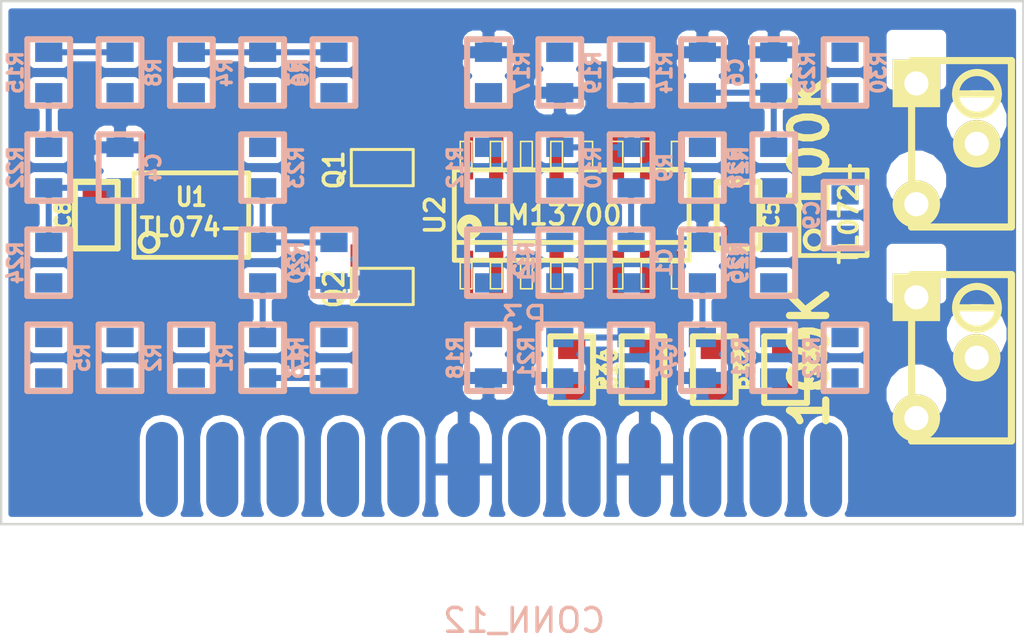
<source format=kicad_pcb>
(kicad_pcb (version 3) (host pcbnew "(2014-02-02 BZR 4653)-product")

  (general
    (links 103)
    (no_connects 77)
    (area 53.435229 100.949999 99.344575 128.0282)
    (thickness 1.6)
    (drawings 4)
    (tracks 28)
    (zones 0)
    (modules 53)
    (nets 44)
  )

  (page A3)
  (layers
    (15 F.Cu signal)
    (0 B.Cu signal)
    (16 B.Adhes user)
    (17 F.Adhes user)
    (18 B.Paste user)
    (19 F.Paste user)
    (20 B.SilkS user)
    (21 F.SilkS user)
    (22 B.Mask user)
    (23 F.Mask user)
    (24 Dwgs.User user)
    (25 Cmts.User user)
    (26 Eco1.User user)
    (27 Eco2.User user)
    (28 Edge.Cuts user)
  )

  (setup
    (last_trace_width 0.254)
    (trace_clearance 0.2032)
    (zone_clearance 0.254)
    (zone_45_only no)
    (trace_min 0.254)
    (segment_width 0.2)
    (edge_width 0.1)
    (via_size 0.889)
    (via_drill 0.381)
    (via_min_size 0.889)
    (via_min_drill 0.381)
    (uvia_size 0.508)
    (uvia_drill 0.127)
    (uvias_allowed no)
    (uvia_min_size 0.508)
    (uvia_min_drill 0.127)
    (pcb_text_width 0.3)
    (pcb_text_size 1.5 1.5)
    (mod_edge_width 0.15)
    (mod_text_size 1 1)
    (mod_text_width 0.15)
    (pad_size 1.5 1.5)
    (pad_drill 0.6)
    (pad_to_mask_clearance 0)
    (aux_axis_origin 0 0)
    (visible_elements 7FFEFF7F)
    (pcbplotparams
      (layerselection 3178497)
      (usegerberextensions true)
      (excludeedgelayer true)
      (linewidth 0.150000)
      (plotframeref false)
      (viasonmask false)
      (mode 1)
      (useauxorigin false)
      (hpglpennumber 1)
      (hpglpenspeed 20)
      (hpglpendiameter 15)
      (hpglpenoverlay 2)
      (psnegative false)
      (psa4output false)
      (plotreference true)
      (plotvalue true)
      (plotothertext true)
      (plotinvisibletext false)
      (padsonsilk false)
      (subtractmaskfromsilk false)
      (outputformat 1)
      (mirror false)
      (drillshape 1)
      (scaleselection 1)
      (outputdirectory ""))
  )

  (net 0 "")
  (net 1 +12V)
  (net 2 -12V)
  (net 3 CV1A)
  (net 4 CV1B)
  (net 5 CV2A)
  (net 6 CV2B)
  (net 7 GND)
  (net 8 IN1)
  (net 9 IN2)
  (net 10 N-000001)
  (net 11 N-0000010)
  (net 12 N-0000011)
  (net 13 N-0000012)
  (net 14 N-0000014)
  (net 15 N-000002)
  (net 16 N-0000021)
  (net 17 N-0000022)
  (net 18 N-0000023)
  (net 19 N-0000024)
  (net 20 N-0000025)
  (net 21 N-0000026)
  (net 22 N-0000027)
  (net 23 N-0000028)
  (net 24 N-0000029)
  (net 25 N-000003)
  (net 26 N-0000030)
  (net 27 N-0000032)
  (net 28 N-0000033)
  (net 29 N-0000034)
  (net 30 N-0000035)
  (net 31 N-0000036)
  (net 32 N-0000037)
  (net 33 N-0000038)
  (net 34 N-0000039)
  (net 35 N-000004)
  (net 36 N-0000040)
  (net 37 N-000005)
  (net 38 N-000006)
  (net 39 N-000007)
  (net 40 N-000008)
  (net 41 N-000009)
  (net 42 OUT1)
  (net 43 OUT2)

  (net_class Default "This is the default net class."
    (clearance 0.2032)
    (trace_width 0.254)
    (via_dia 0.889)
    (via_drill 0.381)
    (uvia_dia 0.508)
    (uvia_drill 0.127)
    (add_net "")
    (add_net +12V)
    (add_net -12V)
    (add_net CV1A)
    (add_net CV1B)
    (add_net CV2A)
    (add_net CV2B)
    (add_net GND)
    (add_net IN1)
    (add_net IN2)
    (add_net N-000001)
    (add_net N-0000010)
    (add_net N-0000011)
    (add_net N-0000012)
    (add_net N-0000014)
    (add_net N-000002)
    (add_net N-0000021)
    (add_net N-0000022)
    (add_net N-0000023)
    (add_net N-0000024)
    (add_net N-0000025)
    (add_net N-0000026)
    (add_net N-0000027)
    (add_net N-0000028)
    (add_net N-0000029)
    (add_net N-000003)
    (add_net N-0000030)
    (add_net N-0000032)
    (add_net N-0000033)
    (add_net N-0000034)
    (add_net N-0000035)
    (add_net N-0000036)
    (add_net N-0000037)
    (add_net N-0000038)
    (add_net N-0000039)
    (add_net N-000004)
    (add_net N-0000040)
    (add_net N-000005)
    (add_net N-000006)
    (add_net N-000007)
    (add_net N-000008)
    (add_net N-000009)
    (add_net OUT1)
    (add_net OUT2)
  )

  (module TSSOP8-JRL (layer F.Cu) (tedit 52EC3DDF) (tstamp 530FAD13)
    (at 89 110)
    (path /530EABE8)
    (attr smd)
    (fp_text reference U3 (at 0 -4.2) (layer F.SilkS) hide
      (effects (font (size 0.762 0.635) (thickness 0.15875)))
    )
    (fp_text value TL072- (at 0.65 -0.1 90) (layer F.SilkS)
      (effects (font (size 0.762 0.762) (thickness 0.16002)))
    )
    (fp_line (start -1.43 -1.9) (end 1.43 -1.9) (layer F.SilkS) (width 0.2))
    (fp_line (start 1.43 -1.9) (end 1.43 1.7) (layer F.SilkS) (width 0.2))
    (fp_line (start 1.43 1.7) (end -1.43 1.7) (layer F.SilkS) (width 0.2))
    (fp_line (start -1.438 1.678) (end -1.438 -1.878) (layer F.SilkS) (width 0.2))
    (fp_circle (center -0.803 1.043) (end -1.184 1.043) (layer F.SilkS) (width 0.2))
    (pad 1 smd rect (at -0.9554 2.694) (size 0.29972 1.30048) (layers F.Cu F.Paste F.Mask)
      (net 34 N-0000039))
    (pad 2 smd rect (at -0.3204 2.694) (size 0.29972 1.30048) (layers F.Cu F.Paste F.Mask)
      (net 36 N-0000040))
    (pad 3 smd rect (at 0.34 2.694) (size 0.29972 1.30048) (layers F.Cu F.Paste F.Mask)
      (net 7 GND))
    (pad 4 smd rect (at 0.975 2.694) (size 0.29972 1.30048) (layers F.Cu F.Paste F.Mask)
      (net 2 -12V))
    (pad 5 smd rect (at 0.975 -2.894) (size 0.29972 1.30048) (layers F.Cu F.Paste F.Mask)
      (net 7 GND))
    (pad 6 smd rect (at 0.3273 -2.894) (size 0.29972 1.30048) (layers F.Cu F.Paste F.Mask)
      (net 37 N-000005))
    (pad 7 smd rect (at -0.3204 -2.894) (size 0.29972 1.30048) (layers F.Cu F.Paste F.Mask)
      (net 10 N-000001))
    (pad 8 smd rect (at -0.9681 -2.894) (size 0.29972 1.30048) (layers F.Cu F.Paste F.Mask)
      (net 1 +12V))
    (model smd\smd_dil\tssop-14.wrl
      (at (xyz 0 0 0))
      (scale (xyz 1 1 1))
      (rotate (xyz 0 0 0))
    )
  )

  (module SOT23-JRL (layer F.Cu) (tedit 5281A378) (tstamp 530FAD37)
    (at 70 113 180)
    (tags SOT23)
    (path /530EAC06)
    (fp_text reference Q2 (at 1.99898 -0.09906 270) (layer F.SilkS)
      (effects (font (size 0.8128 0.8128) (thickness 0.1524)))
    )
    (fp_text value 2N3906 (at 0.0635 0 180) (layer F.SilkS) hide
      (effects (font (size 0.8128 0.8128) (thickness 0.1524)))
    )
    (fp_line (start 1.27 0.762) (end -1.3335 0.762) (layer F.SilkS) (width 0.127))
    (fp_line (start -1.3335 0.762) (end -1.3335 -0.762) (layer F.SilkS) (width 0.127))
    (fp_line (start -1.3335 -0.762) (end 1.27 -0.762) (layer F.SilkS) (width 0.127))
    (fp_line (start 1.27 -0.762) (end 1.27 0.762) (layer F.SilkS) (width 0.127))
    (pad 3 smd rect (at 0 -1.27 180) (size 0.70104 1.00076) (layers F.Cu F.Paste F.Mask)
      (net 35 N-000004))
    (pad 1 smd rect (at 0.9525 1.27 180) (size 0.70104 1.00076) (layers F.Cu F.Paste F.Mask)
      (net 41 N-000009))
    (pad 2 smd rect (at -0.9525 1.27 180) (size 0.70104 1.00076) (layers F.Cu F.Paste F.Mask)
      (net 7 GND))
    (model smd/SOT23_6.wrl
      (at (xyz 0 0 0))
      (scale (xyz 0.11 0.11 0.11))
      (rotate (xyz 0 0 -180))
    )
  )

  (module SOT23-JRL (layer F.Cu) (tedit 5281A378) (tstamp 530FAD42)
    (at 70 108 180)
    (tags SOT23)
    (path /530EC142)
    (fp_text reference Q1 (at 1.99898 -0.09906 270) (layer F.SilkS)
      (effects (font (size 0.8128 0.8128) (thickness 0.1524)))
    )
    (fp_text value 2N3906 (at 0.0635 0 180) (layer F.SilkS) hide
      (effects (font (size 0.8128 0.8128) (thickness 0.1524)))
    )
    (fp_line (start 1.27 0.762) (end -1.3335 0.762) (layer F.SilkS) (width 0.127))
    (fp_line (start -1.3335 0.762) (end -1.3335 -0.762) (layer F.SilkS) (width 0.127))
    (fp_line (start -1.3335 -0.762) (end 1.27 -0.762) (layer F.SilkS) (width 0.127))
    (fp_line (start 1.27 -0.762) (end 1.27 0.762) (layer F.SilkS) (width 0.127))
    (pad 3 smd rect (at 0 -1.27 180) (size 0.70104 1.00076) (layers F.Cu F.Paste F.Mask)
      (net 33 N-0000038))
    (pad 1 smd rect (at 0.9525 1.27 180) (size 0.70104 1.00076) (layers F.Cu F.Paste F.Mask)
      (net 23 N-0000028))
    (pad 2 smd rect (at -0.9525 1.27 180) (size 0.70104 1.00076) (layers F.Cu F.Paste F.Mask)
      (net 7 GND))
    (model smd/SOT23_6.wrl
      (at (xyz 0 0 0))
      (scale (xyz 0.11 0.11 0.11))
      (rotate (xyz 0 0 -180))
    )
  )

  (module SO16-JRL (layer F.Cu) (tedit 52805EFF) (tstamp 530FAD9E)
    (at 78 110)
    (descr "SMALL OUTLINE INTEGRATED CIRCUIT")
    (tags "SMALL OUTLINE INTEGRATED CIRCUIT")
    (path /530EAD26)
    (attr smd)
    (fp_text reference U2 (at -5.75 0 90) (layer F.SilkS)
      (effects (font (size 0.8128 0.8128) (thickness 0.1524)))
    )
    (fp_text value LM13700 (at -0.635 0) (layer F.SilkS)
      (effects (font (size 0.8128 0.8128) (thickness 0.1524)))
    )
    (fp_circle (center -4.3 0.5) (end -4.2 0.6) (layer F.SilkS) (width 0.381))
    (fp_line (start -4.68884 3.0988) (end -4.19862 3.0988) (layer F.SilkS) (width 0.06604))
    (fp_line (start -4.19862 3.0988) (end -4.19862 1.99898) (layer F.SilkS) (width 0.06604))
    (fp_line (start -4.68884 1.99898) (end -4.19862 1.99898) (layer F.SilkS) (width 0.06604))
    (fp_line (start -4.68884 3.0988) (end -4.68884 1.99898) (layer F.SilkS) (width 0.06604))
    (fp_line (start -3.41884 3.0988) (end -2.92862 3.0988) (layer F.SilkS) (width 0.06604))
    (fp_line (start -2.92862 3.0988) (end -2.92862 1.99898) (layer F.SilkS) (width 0.06604))
    (fp_line (start -3.41884 1.99898) (end -2.92862 1.99898) (layer F.SilkS) (width 0.06604))
    (fp_line (start -3.41884 3.0988) (end -3.41884 1.99898) (layer F.SilkS) (width 0.06604))
    (fp_line (start -2.14884 3.0988) (end -1.65862 3.0988) (layer F.SilkS) (width 0.06604))
    (fp_line (start -1.65862 3.0988) (end -1.65862 1.99898) (layer F.SilkS) (width 0.06604))
    (fp_line (start -2.14884 1.99898) (end -1.65862 1.99898) (layer F.SilkS) (width 0.06604))
    (fp_line (start -2.14884 3.0988) (end -2.14884 1.99898) (layer F.SilkS) (width 0.06604))
    (fp_line (start -0.87884 3.0988) (end -0.38862 3.0988) (layer F.SilkS) (width 0.06604))
    (fp_line (start -0.38862 3.0988) (end -0.38862 1.99898) (layer F.SilkS) (width 0.06604))
    (fp_line (start -0.87884 1.99898) (end -0.38862 1.99898) (layer F.SilkS) (width 0.06604))
    (fp_line (start -0.87884 3.0988) (end -0.87884 1.99898) (layer F.SilkS) (width 0.06604))
    (fp_line (start 1.65862 -1.99898) (end 2.14884 -1.99898) (layer F.SilkS) (width 0.06604))
    (fp_line (start 2.14884 -1.99898) (end 2.14884 -3.0988) (layer F.SilkS) (width 0.06604))
    (fp_line (start 1.65862 -3.0988) (end 2.14884 -3.0988) (layer F.SilkS) (width 0.06604))
    (fp_line (start 1.65862 -1.99898) (end 1.65862 -3.0988) (layer F.SilkS) (width 0.06604))
    (fp_line (start 0.38862 -1.99898) (end 0.87884 -1.99898) (layer F.SilkS) (width 0.06604))
    (fp_line (start 0.87884 -1.99898) (end 0.87884 -3.0988) (layer F.SilkS) (width 0.06604))
    (fp_line (start 0.38862 -3.0988) (end 0.87884 -3.0988) (layer F.SilkS) (width 0.06604))
    (fp_line (start 0.38862 -1.99898) (end 0.38862 -3.0988) (layer F.SilkS) (width 0.06604))
    (fp_line (start -0.87884 -1.99898) (end -0.38862 -1.99898) (layer F.SilkS) (width 0.06604))
    (fp_line (start -0.38862 -1.99898) (end -0.38862 -3.0988) (layer F.SilkS) (width 0.06604))
    (fp_line (start -0.87884 -3.0988) (end -0.38862 -3.0988) (layer F.SilkS) (width 0.06604))
    (fp_line (start -0.87884 -1.99898) (end -0.87884 -3.0988) (layer F.SilkS) (width 0.06604))
    (fp_line (start -2.14884 -1.99898) (end -1.65862 -1.99898) (layer F.SilkS) (width 0.06604))
    (fp_line (start -1.65862 -1.99898) (end -1.65862 -3.0988) (layer F.SilkS) (width 0.06604))
    (fp_line (start -2.14884 -3.0988) (end -1.65862 -3.0988) (layer F.SilkS) (width 0.06604))
    (fp_line (start -2.14884 -1.99898) (end -2.14884 -3.0988) (layer F.SilkS) (width 0.06604))
    (fp_line (start 0.38862 3.0988) (end 0.87884 3.0988) (layer F.SilkS) (width 0.06604))
    (fp_line (start 0.87884 3.0988) (end 0.87884 1.99898) (layer F.SilkS) (width 0.06604))
    (fp_line (start 0.38862 1.99898) (end 0.87884 1.99898) (layer F.SilkS) (width 0.06604))
    (fp_line (start 0.38862 3.0988) (end 0.38862 1.99898) (layer F.SilkS) (width 0.06604))
    (fp_line (start 1.65862 3.0988) (end 2.14884 3.0988) (layer F.SilkS) (width 0.06604))
    (fp_line (start 2.14884 3.0988) (end 2.14884 1.99898) (layer F.SilkS) (width 0.06604))
    (fp_line (start 1.65862 1.99898) (end 2.14884 1.99898) (layer F.SilkS) (width 0.06604))
    (fp_line (start 1.65862 3.0988) (end 1.65862 1.99898) (layer F.SilkS) (width 0.06604))
    (fp_line (start 2.92862 3.0988) (end 3.41884 3.0988) (layer F.SilkS) (width 0.06604))
    (fp_line (start 3.41884 3.0988) (end 3.41884 1.99898) (layer F.SilkS) (width 0.06604))
    (fp_line (start 2.92862 1.99898) (end 3.41884 1.99898) (layer F.SilkS) (width 0.06604))
    (fp_line (start 2.92862 3.0988) (end 2.92862 1.99898) (layer F.SilkS) (width 0.06604))
    (fp_line (start 4.19862 3.0988) (end 4.68884 3.0988) (layer F.SilkS) (width 0.06604))
    (fp_line (start 4.68884 3.0988) (end 4.68884 1.99898) (layer F.SilkS) (width 0.06604))
    (fp_line (start 4.19862 1.99898) (end 4.68884 1.99898) (layer F.SilkS) (width 0.06604))
    (fp_line (start 4.19862 3.0988) (end 4.19862 1.99898) (layer F.SilkS) (width 0.06604))
    (fp_line (start 4.19862 -1.99898) (end 4.68884 -1.99898) (layer F.SilkS) (width 0.06604))
    (fp_line (start 4.68884 -1.99898) (end 4.68884 -3.0988) (layer F.SilkS) (width 0.06604))
    (fp_line (start 4.19862 -3.0988) (end 4.68884 -3.0988) (layer F.SilkS) (width 0.06604))
    (fp_line (start 4.19862 -1.99898) (end 4.19862 -3.0988) (layer F.SilkS) (width 0.06604))
    (fp_line (start 2.92862 -1.99898) (end 3.41884 -1.99898) (layer F.SilkS) (width 0.06604))
    (fp_line (start 3.41884 -1.99898) (end 3.41884 -3.0988) (layer F.SilkS) (width 0.06604))
    (fp_line (start 2.92862 -3.0988) (end 3.41884 -3.0988) (layer F.SilkS) (width 0.06604))
    (fp_line (start 2.92862 -1.99898) (end 2.92862 -3.0988) (layer F.SilkS) (width 0.06604))
    (fp_line (start -3.41884 -1.99898) (end -2.92862 -1.99898) (layer F.SilkS) (width 0.06604))
    (fp_line (start -2.92862 -1.99898) (end -2.92862 -3.0988) (layer F.SilkS) (width 0.06604))
    (fp_line (start -3.41884 -3.0988) (end -2.92862 -3.0988) (layer F.SilkS) (width 0.06604))
    (fp_line (start -3.41884 -1.99898) (end -3.41884 -3.0988) (layer F.SilkS) (width 0.06604))
    (fp_line (start -4.68884 -1.99898) (end -4.19862 -1.99898) (layer F.SilkS) (width 0.06604))
    (fp_line (start -4.19862 -1.99898) (end -4.19862 -3.0988) (layer F.SilkS) (width 0.06604))
    (fp_line (start -4.68884 -3.0988) (end -4.19862 -3.0988) (layer F.SilkS) (width 0.06604))
    (fp_line (start -4.68884 -1.99898) (end -4.68884 -3.0988) (layer F.SilkS) (width 0.06604))
    (fp_line (start 4.93776 1.89992) (end -4.93776 1.89992) (layer F.SilkS) (width 0.2032))
    (fp_line (start -4.93776 1.89992) (end -4.93776 1.39954) (layer F.SilkS) (width 0.2032))
    (fp_line (start -4.93776 1.39954) (end -4.93776 -1.89992) (layer F.SilkS) (width 0.2032))
    (fp_line (start -4.93776 -1.89992) (end 4.93776 -1.89992) (layer F.SilkS) (width 0.2032))
    (fp_line (start 4.93776 1.14954) (end -4.93776 1.14954) (layer F.SilkS) (width 0.2032))
    (fp_line (start 4.93776 -1.89992) (end 4.93776 1.39954) (layer F.SilkS) (width 0.2032))
    (fp_line (start 4.93776 1.39954) (end 4.93776 1.89992) (layer F.SilkS) (width 0.2032))
    (pad 1 smd rect (at -4.445 2.59842) (size 0.59944 2.19964) (layers F.Cu F.Paste F.Mask)
      (net 35 N-000004))
    (pad 2 smd rect (at -3.175 2.59842) (size 0.59944 2.19964) (layers F.Cu F.Paste F.Mask))
    (pad 3 smd rect (at -1.905 2.59842) (size 0.59944 2.19964) (layers F.Cu F.Paste F.Mask)
      (net 21 N-0000026))
    (pad 4 smd rect (at -0.635 2.59842) (size 0.59944 2.19964) (layers F.Cu F.Paste F.Mask)
      (net 20 N-0000025))
    (pad 5 smd rect (at 0.635 2.59842) (size 0.59944 2.19964) (layers F.Cu F.Paste F.Mask)
      (net 16 N-0000021))
    (pad 6 smd rect (at 1.905 2.59842) (size 0.59944 2.19964) (layers F.Cu F.Paste F.Mask)
      (net 2 -12V))
    (pad 7 smd rect (at 3.175 2.59842) (size 0.59944 2.19964) (layers F.Cu F.Paste F.Mask))
    (pad 8 smd rect (at 4.445 2.59842) (size 0.59944 2.19964) (layers F.Cu F.Paste F.Mask))
    (pad 9 smd rect (at 4.445 -2.59842) (size 0.59944 2.19964) (layers F.Cu F.Paste F.Mask))
    (pad 10 smd rect (at 3.175 -2.59842) (size 0.59944 2.19964) (layers F.Cu F.Paste F.Mask))
    (pad 11 smd rect (at 1.905 -2.59842) (size 0.59944 2.19964) (layers F.Cu F.Paste F.Mask)
      (net 1 +12V))
    (pad 12 smd rect (at 0.635 -2.59842) (size 0.59944 2.19964) (layers F.Cu F.Paste F.Mask)
      (net 28 N-0000033))
    (pad 13 smd rect (at -0.635 -2.59842) (size 0.59944 2.19964) (layers F.Cu F.Paste F.Mask)
      (net 39 N-000007))
    (pad 14 smd rect (at -1.905 -2.59842) (size 0.59944 2.19964) (layers F.Cu F.Paste F.Mask)
      (net 38 N-000006))
    (pad 15 smd rect (at -3.175 -2.59842) (size 0.59944 2.19964) (layers F.Cu F.Paste F.Mask))
    (pad 16 smd rect (at -4.445 -2.59842) (size 0.59944 2.19964) (layers F.Cu F.Paste F.Mask)
      (net 33 N-0000038))
  )

  (module SM0603-JRL (layer B.Cu) (tedit 528C3246) (tstamp 5310090E)
    (at 77.5 108 90)
    (path /530EC17E)
    (attr smd)
    (fp_text reference R10 (at 0 1.4 90) (layer B.SilkS)
      (effects (font (size 0.6096 0.6096) (thickness 0.1524)) (justify mirror))
    )
    (fp_text value 2.2M (at 0 0 90) (layer B.SilkS) hide
      (effects (font (size 0.508 0.4572) (thickness 0.1143)) (justify mirror))
    )
    (fp_line (start -1.4 -0.9) (end 1.4 -0.9) (layer B.SilkS) (width 0.254))
    (fp_line (start 1.4 -0.9) (end 1.4 0.9) (layer B.SilkS) (width 0.254))
    (fp_line (start 1.4 0.9) (end -1.4 0.9) (layer B.SilkS) (width 0.254))
    (fp_line (start -1.4 0.9) (end -1.4 -0.9) (layer B.SilkS) (width 0.254))
    (pad 1 smd rect (at -0.8509 0 90) (size 0.8128 1.143) (layers B.Cu B.Paste B.Mask)
      (net 29 N-0000034))
    (pad 2 smd rect (at 0.8509 0 90) (size 0.8128 1.143) (layers B.Cu B.Paste B.Mask)
      (net 30 N-0000035))
    (model smd\resistors\R0603.wrl
      (at (xyz 0 0 0.001))
      (scale (xyz 0.5 0.5 0.5))
      (rotate (xyz 0 0 0))
    )
  )

  (module SM0603-JRL (layer B.Cu) (tedit 528C3246) (tstamp 530FB388)
    (at 65 112 90)
    (path /530EC203)
    (attr smd)
    (fp_text reference R20 (at 0 1.4 90) (layer B.SilkS)
      (effects (font (size 0.6096 0.6096) (thickness 0.1524)) (justify mirror))
    )
    (fp_text value 10K (at 0 0 90) (layer B.SilkS) hide
      (effects (font (size 0.508 0.4572) (thickness 0.1143)) (justify mirror))
    )
    (fp_line (start -1.4 -0.9) (end 1.4 -0.9) (layer B.SilkS) (width 0.254))
    (fp_line (start 1.4 -0.9) (end 1.4 0.9) (layer B.SilkS) (width 0.254))
    (fp_line (start 1.4 0.9) (end -1.4 0.9) (layer B.SilkS) (width 0.254))
    (fp_line (start -1.4 0.9) (end -1.4 -0.9) (layer B.SilkS) (width 0.254))
    (pad 1 smd rect (at -0.8509 0 90) (size 0.8128 1.143) (layers B.Cu B.Paste B.Mask)
      (net 32 N-0000037))
    (pad 2 smd rect (at 0.8509 0 90) (size 0.8128 1.143) (layers B.Cu B.Paste B.Mask)
      (net 22 N-0000027))
    (model smd\resistors\R0603.wrl
      (at (xyz 0 0 0.001))
      (scale (xyz 0.5 0.5 0.5))
      (rotate (xyz 0 0 0))
    )
  )

  (module SM0603-JRL (layer B.Cu) (tedit 528C3246) (tstamp 530FADBC)
    (at 68 112 270)
    (path /530EC1F6)
    (attr smd)
    (fp_text reference C3 (at 0 1.4 270) (layer B.SilkS)
      (effects (font (size 0.6096 0.6096) (thickness 0.1524)) (justify mirror))
    )
    (fp_text value 0.1μ (at 0 0 270) (layer B.SilkS) hide
      (effects (font (size 0.508 0.4572) (thickness 0.1143)) (justify mirror))
    )
    (fp_line (start -1.4 -0.9) (end 1.4 -0.9) (layer B.SilkS) (width 0.254))
    (fp_line (start 1.4 -0.9) (end 1.4 0.9) (layer B.SilkS) (width 0.254))
    (fp_line (start 1.4 0.9) (end -1.4 0.9) (layer B.SilkS) (width 0.254))
    (fp_line (start -1.4 0.9) (end -1.4 -0.9) (layer B.SilkS) (width 0.254))
    (pad 1 smd rect (at -0.8509 0 270) (size 0.8128 1.143) (layers B.Cu B.Paste B.Mask)
      (net 22 N-0000027))
    (pad 2 smd rect (at 0.8509 0 270) (size 0.8128 1.143) (layers B.Cu B.Paste B.Mask)
      (net 7 GND))
    (model smd\resistors\R0603.wrl
      (at (xyz 0 0 0.001))
      (scale (xyz 0.5 0.5 0.5))
      (rotate (xyz 0 0 0))
    )
  )

  (module SM0603-JRL (layer B.Cu) (tedit 528C3246) (tstamp 530FADC6)
    (at 65 108 90)
    (path /530EC1F0)
    (attr smd)
    (fp_text reference R23 (at 0 1.4 90) (layer B.SilkS)
      (effects (font (size 0.6096 0.6096) (thickness 0.1524)) (justify mirror))
    )
    (fp_text value 22K (at 0 0 90) (layer B.SilkS) hide
      (effects (font (size 0.508 0.4572) (thickness 0.1143)) (justify mirror))
    )
    (fp_line (start -1.4 -0.9) (end 1.4 -0.9) (layer B.SilkS) (width 0.254))
    (fp_line (start 1.4 -0.9) (end 1.4 0.9) (layer B.SilkS) (width 0.254))
    (fp_line (start 1.4 0.9) (end -1.4 0.9) (layer B.SilkS) (width 0.254))
    (fp_line (start -1.4 0.9) (end -1.4 -0.9) (layer B.SilkS) (width 0.254))
    (pad 1 smd rect (at -0.8509 0 90) (size 0.8128 1.143) (layers B.Cu B.Paste B.Mask)
      (net 22 N-0000027))
    (pad 2 smd rect (at 0.8509 0 90) (size 0.8128 1.143) (layers B.Cu B.Paste B.Mask)
      (net 23 N-0000028))
    (model smd\resistors\R0603.wrl
      (at (xyz 0 0 0.001))
      (scale (xyz 0.5 0.5 0.5))
      (rotate (xyz 0 0 0))
    )
  )

  (module SM0603-JRL (layer B.Cu) (tedit 528C3246) (tstamp 530FADD0)
    (at 86.5 116 270)
    (path /530EC1E0)
    (attr smd)
    (fp_text reference R31 (at 0 1.4 270) (layer B.SilkS)
      (effects (font (size 0.6096 0.6096) (thickness 0.1524)) (justify mirror))
    )
    (fp_text value 1K (at 0 0 270) (layer B.SilkS) hide
      (effects (font (size 0.508 0.4572) (thickness 0.1143)) (justify mirror))
    )
    (fp_line (start -1.4 -0.9) (end 1.4 -0.9) (layer B.SilkS) (width 0.254))
    (fp_line (start 1.4 -0.9) (end 1.4 0.9) (layer B.SilkS) (width 0.254))
    (fp_line (start 1.4 0.9) (end -1.4 0.9) (layer B.SilkS) (width 0.254))
    (fp_line (start -1.4 0.9) (end -1.4 -0.9) (layer B.SilkS) (width 0.254))
    (pad 1 smd rect (at -0.8509 0 270) (size 0.8128 1.143) (layers B.Cu B.Paste B.Mask)
      (net 34 N-0000039))
    (pad 2 smd rect (at 0.8509 0 270) (size 0.8128 1.143) (layers B.Cu B.Paste B.Mask)
      (net 42 OUT1))
    (model smd\resistors\R0603.wrl
      (at (xyz 0 0 0.001))
      (scale (xyz 0.5 0.5 0.5))
      (rotate (xyz 0 0 0))
    )
  )

  (module SM0603-JRL (layer B.Cu) (tedit 528C3246) (tstamp 530FADDA)
    (at 86.5 112 270)
    (path /530EC1CB)
    (attr smd)
    (fp_text reference R29 (at 0 1.4 270) (layer B.SilkS)
      (effects (font (size 0.6096 0.6096) (thickness 0.1524)) (justify mirror))
    )
    (fp_text value 100K (at 0 0 270) (layer B.SilkS) hide
      (effects (font (size 0.508 0.4572) (thickness 0.1143)) (justify mirror))
    )
    (fp_line (start -1.4 -0.9) (end 1.4 -0.9) (layer B.SilkS) (width 0.254))
    (fp_line (start 1.4 -0.9) (end 1.4 0.9) (layer B.SilkS) (width 0.254))
    (fp_line (start 1.4 0.9) (end -1.4 0.9) (layer B.SilkS) (width 0.254))
    (fp_line (start -1.4 0.9) (end -1.4 -0.9) (layer B.SilkS) (width 0.254))
    (pad 1 smd rect (at -0.8509 0 270) (size 0.8128 1.143) (layers B.Cu B.Paste B.Mask)
      (net 36 N-0000040))
    (pad 2 smd rect (at 0.8509 0 270) (size 0.8128 1.143) (layers B.Cu B.Paste B.Mask)
      (net 34 N-0000039))
    (model smd\resistors\R0603.wrl
      (at (xyz 0 0 0.001))
      (scale (xyz 0.5 0.5 0.5))
      (rotate (xyz 0 0 0))
    )
  )

  (module SM0603-JRL (layer B.Cu) (tedit 528C3246) (tstamp 530FADE4)
    (at 86.5 104 90)
    (path /530EC1B5)
    (attr smd)
    (fp_text reference R25 (at 0 1.4 90) (layer B.SilkS)
      (effects (font (size 0.6096 0.6096) (thickness 0.1524)) (justify mirror))
    )
    (fp_text value 47K (at 0 0 90) (layer B.SilkS) hide
      (effects (font (size 0.508 0.4572) (thickness 0.1143)) (justify mirror))
    )
    (fp_line (start -1.4 -0.9) (end 1.4 -0.9) (layer B.SilkS) (width 0.254))
    (fp_line (start 1.4 -0.9) (end 1.4 0.9) (layer B.SilkS) (width 0.254))
    (fp_line (start 1.4 0.9) (end -1.4 0.9) (layer B.SilkS) (width 0.254))
    (fp_line (start -1.4 0.9) (end -1.4 -0.9) (layer B.SilkS) (width 0.254))
    (pad 1 smd rect (at -0.8509 0 90) (size 0.8128 1.143) (layers B.Cu B.Paste B.Mask)
      (net 28 N-0000033))
    (pad 2 smd rect (at 0.8509 0 90) (size 0.8128 1.143) (layers B.Cu B.Paste B.Mask)
      (net 7 GND))
    (model smd\resistors\R0603.wrl
      (at (xyz 0 0 0.001))
      (scale (xyz 0.5 0.5 0.5))
      (rotate (xyz 0 0 0))
    )
  )

  (module SM0603-JRL (layer B.Cu) (tedit 528C3246) (tstamp 530FADEE)
    (at 83.5 104 90)
    (path /530EC1AF)
    (attr smd)
    (fp_text reference C6 (at 0 1.4 90) (layer B.SilkS)
      (effects (font (size 0.6096 0.6096) (thickness 0.1524)) (justify mirror))
    )
    (fp_text value 47p (at 0 0 90) (layer B.SilkS) hide
      (effects (font (size 0.508 0.4572) (thickness 0.1143)) (justify mirror))
    )
    (fp_line (start -1.4 -0.9) (end 1.4 -0.9) (layer B.SilkS) (width 0.254))
    (fp_line (start 1.4 -0.9) (end 1.4 0.9) (layer B.SilkS) (width 0.254))
    (fp_line (start 1.4 0.9) (end -1.4 0.9) (layer B.SilkS) (width 0.254))
    (fp_line (start -1.4 0.9) (end -1.4 -0.9) (layer B.SilkS) (width 0.254))
    (pad 1 smd rect (at -0.8509 0 90) (size 0.8128 1.143) (layers B.Cu B.Paste B.Mask)
      (net 28 N-0000033))
    (pad 2 smd rect (at 0.8509 0 90) (size 0.8128 1.143) (layers B.Cu B.Paste B.Mask)
      (net 7 GND))
    (model smd\resistors\R0603.wrl
      (at (xyz 0 0 0.001))
      (scale (xyz 0.5 0.5 0.5))
      (rotate (xyz 0 0 0))
    )
  )

  (module SM0603-JRL (layer B.Cu) (tedit 528C3246) (tstamp 530FADF8)
    (at 86.5 108 270)
    (path /530EC19C)
    (attr smd)
    (fp_text reference R27 (at 0 1.4 270) (layer B.SilkS)
      (effects (font (size 0.6096 0.6096) (thickness 0.1524)) (justify mirror))
    )
    (fp_text value 100K (at 0 0 270) (layer B.SilkS) hide
      (effects (font (size 0.508 0.4572) (thickness 0.1143)) (justify mirror))
    )
    (fp_line (start -1.4 -0.9) (end 1.4 -0.9) (layer B.SilkS) (width 0.254))
    (fp_line (start 1.4 -0.9) (end 1.4 0.9) (layer B.SilkS) (width 0.254))
    (fp_line (start 1.4 0.9) (end -1.4 0.9) (layer B.SilkS) (width 0.254))
    (fp_line (start -1.4 0.9) (end -1.4 -0.9) (layer B.SilkS) (width 0.254))
    (pad 1 smd rect (at -0.8509 0 270) (size 0.8128 1.143) (layers B.Cu B.Paste B.Mask)
      (net 28 N-0000033))
    (pad 2 smd rect (at 0.8509 0 270) (size 0.8128 1.143) (layers B.Cu B.Paste B.Mask)
      (net 36 N-0000040))
    (model smd\resistors\R0603.wrl
      (at (xyz 0 0 0.001))
      (scale (xyz 0.5 0.5 0.5))
      (rotate (xyz 0 0 0))
    )
  )

  (module SM0603-JRL (layer B.Cu) (tedit 528C3246) (tstamp 530FAE02)
    (at 56 116 90)
    (path /530EC247)
    (attr smd)
    (fp_text reference R5 (at 0 1.4 90) (layer B.SilkS)
      (effects (font (size 0.6096 0.6096) (thickness 0.1524)) (justify mirror))
    )
    (fp_text value 100K (at 0 0 90) (layer B.SilkS) hide
      (effects (font (size 0.508 0.4572) (thickness 0.1143)) (justify mirror))
    )
    (fp_line (start -1.4 -0.9) (end 1.4 -0.9) (layer B.SilkS) (width 0.254))
    (fp_line (start 1.4 -0.9) (end 1.4 0.9) (layer B.SilkS) (width 0.254))
    (fp_line (start 1.4 0.9) (end -1.4 0.9) (layer B.SilkS) (width 0.254))
    (fp_line (start -1.4 0.9) (end -1.4 -0.9) (layer B.SilkS) (width 0.254))
    (pad 1 smd rect (at -0.8509 0 90) (size 0.8128 1.143) (layers B.Cu B.Paste B.Mask)
      (net 24 N-0000029))
    (pad 2 smd rect (at 0.8509 0 90) (size 0.8128 1.143) (layers B.Cu B.Paste B.Mask)
      (net 26 N-0000030))
    (model smd\resistors\R0603.wrl
      (at (xyz 0 0 0.001))
      (scale (xyz 0.5 0.5 0.5))
      (rotate (xyz 0 0 0))
    )
  )

  (module SM0603-JRL (layer B.Cu) (tedit 528C3246) (tstamp 530FAE0C)
    (at 80.5 108 90)
    (path /530EC16B)
    (attr smd)
    (fp_text reference R9 (at 0 1.4 90) (layer B.SilkS)
      (effects (font (size 0.6096 0.6096) (thickness 0.1524)) (justify mirror))
    )
    (fp_text value 82K (at 0 0 90) (layer B.SilkS) hide
      (effects (font (size 0.508 0.4572) (thickness 0.1143)) (justify mirror))
    )
    (fp_line (start -1.4 -0.9) (end 1.4 -0.9) (layer B.SilkS) (width 0.254))
    (fp_line (start 1.4 -0.9) (end 1.4 0.9) (layer B.SilkS) (width 0.254))
    (fp_line (start 1.4 0.9) (end -1.4 0.9) (layer B.SilkS) (width 0.254))
    (fp_line (start -1.4 0.9) (end -1.4 -0.9) (layer B.SilkS) (width 0.254))
    (pad 1 smd rect (at -0.8509 0 90) (size 0.8128 1.143) (layers B.Cu B.Paste B.Mask)
      (net 27 N-0000032))
    (pad 2 smd rect (at 0.8509 0 90) (size 0.8128 1.143) (layers B.Cu B.Paste B.Mask)
      (net 30 N-0000035))
    (model smd\resistors\R0603.wrl
      (at (xyz 0 0 0.001))
      (scale (xyz 0.5 0.5 0.5))
      (rotate (xyz 0 0 0))
    )
  )

  (module SM0603-JRL (layer B.Cu) (tedit 528C3246) (tstamp 530FAE16)
    (at 80.5 104 90)
    (path /530EC164)
    (attr smd)
    (fp_text reference R14 (at 0 1.4 90) (layer B.SilkS)
      (effects (font (size 0.6096 0.6096) (thickness 0.1524)) (justify mirror))
    )
    (fp_text value 4.7K (at 0 0 90) (layer B.SilkS) hide
      (effects (font (size 0.508 0.4572) (thickness 0.1143)) (justify mirror))
    )
    (fp_line (start -1.4 -0.9) (end 1.4 -0.9) (layer B.SilkS) (width 0.254))
    (fp_line (start 1.4 -0.9) (end 1.4 0.9) (layer B.SilkS) (width 0.254))
    (fp_line (start 1.4 0.9) (end -1.4 0.9) (layer B.SilkS) (width 0.254))
    (fp_line (start -1.4 0.9) (end -1.4 -0.9) (layer B.SilkS) (width 0.254))
    (pad 1 smd rect (at -0.8509 0 90) (size 0.8128 1.143) (layers B.Cu B.Paste B.Mask)
      (net 30 N-0000035))
    (pad 2 smd rect (at 0.8509 0 90) (size 0.8128 1.143) (layers B.Cu B.Paste B.Mask)
      (net 39 N-000007))
    (model smd\resistors\R0603.wrl
      (at (xyz 0 0 0.001))
      (scale (xyz 0.5 0.5 0.5))
      (rotate (xyz 0 0 0))
    )
  )

  (module SM0603-JRL (layer B.Cu) (tedit 528C3246) (tstamp 530FAE20)
    (at 65 116 90)
    (path /530EC20A)
    (attr smd)
    (fp_text reference R13 (at 0 1.4 90) (layer B.SilkS)
      (effects (font (size 0.6096 0.6096) (thickness 0.1524)) (justify mirror))
    )
    (fp_text value 100K (at 0 0 90) (layer B.SilkS) hide
      (effects (font (size 0.508 0.4572) (thickness 0.1143)) (justify mirror))
    )
    (fp_line (start -1.4 -0.9) (end 1.4 -0.9) (layer B.SilkS) (width 0.254))
    (fp_line (start 1.4 -0.9) (end 1.4 0.9) (layer B.SilkS) (width 0.254))
    (fp_line (start 1.4 0.9) (end -1.4 0.9) (layer B.SilkS) (width 0.254))
    (fp_line (start -1.4 0.9) (end -1.4 -0.9) (layer B.SilkS) (width 0.254))
    (pad 1 smd rect (at -0.8509 0 90) (size 0.8128 1.143) (layers B.Cu B.Paste B.Mask)
      (net 31 N-0000036))
    (pad 2 smd rect (at 0.8509 0 90) (size 0.8128 1.143) (layers B.Cu B.Paste B.Mask)
      (net 32 N-0000037))
    (model smd\resistors\R0603.wrl
      (at (xyz 0 0 0.001))
      (scale (xyz 0.5 0.5 0.5))
      (rotate (xyz 0 0 0))
    )
  )

  (module SM0603-JRL (layer B.Cu) (tedit 528C3246) (tstamp 530FAE2A)
    (at 68 116 270)
    (path /530EC21E)
    (attr smd)
    (fp_text reference R7 (at 0 1.4 270) (layer B.SilkS)
      (effects (font (size 0.6096 0.6096) (thickness 0.1524)) (justify mirror))
    )
    (fp_text value 100K (at 0 0 270) (layer B.SilkS) hide
      (effects (font (size 0.508 0.4572) (thickness 0.1143)) (justify mirror))
    )
    (fp_line (start -1.4 -0.9) (end 1.4 -0.9) (layer B.SilkS) (width 0.254))
    (fp_line (start 1.4 -0.9) (end 1.4 0.9) (layer B.SilkS) (width 0.254))
    (fp_line (start 1.4 0.9) (end -1.4 0.9) (layer B.SilkS) (width 0.254))
    (fp_line (start -1.4 0.9) (end -1.4 -0.9) (layer B.SilkS) (width 0.254))
    (pad 1 smd rect (at -0.8509 0 270) (size 0.8128 1.143) (layers B.Cu B.Paste B.Mask)
      (net 26 N-0000030))
    (pad 2 smd rect (at 0.8509 0 270) (size 0.8128 1.143) (layers B.Cu B.Paste B.Mask)
      (net 31 N-0000036))
    (model smd\resistors\R0603.wrl
      (at (xyz 0 0 0.001))
      (scale (xyz 0.5 0.5 0.5))
      (rotate (xyz 0 0 0))
    )
  )

  (module SM0603-JRL (layer F.Cu) (tedit 528C3246) (tstamp 530FAE34)
    (at 85 110 270)
    (path /530F92AF)
    (attr smd)
    (fp_text reference C5 (at 0 -1.4 270) (layer F.SilkS)
      (effects (font (size 0.6096 0.6096) (thickness 0.1524)))
    )
    (fp_text value 100n (at 0 0 270) (layer F.SilkS) hide
      (effects (font (size 0.508 0.4572) (thickness 0.1143)))
    )
    (fp_line (start -1.4 0.9) (end 1.4 0.9) (layer F.SilkS) (width 0.254))
    (fp_line (start 1.4 0.9) (end 1.4 -0.9) (layer F.SilkS) (width 0.254))
    (fp_line (start 1.4 -0.9) (end -1.4 -0.9) (layer F.SilkS) (width 0.254))
    (fp_line (start -1.4 -0.9) (end -1.4 0.9) (layer F.SilkS) (width 0.254))
    (pad 1 smd rect (at -0.8509 0 270) (size 0.8128 1.143) (layers F.Cu F.Paste F.Mask)
      (net 1 +12V))
    (pad 2 smd rect (at 0.8509 0 270) (size 0.8128 1.143) (layers F.Cu F.Paste F.Mask)
      (net 2 -12V))
    (model smd\resistors\R0603.wrl
      (at (xyz 0 0 0.001))
      (scale (xyz 0.5 0.5 0.5))
      (rotate (xyz 0 0 0))
    )
  )

  (module SM0603-JRL (layer B.Cu) (tedit 528C3246) (tstamp 530FAE3E)
    (at 62 116 90)
    (path /530EC24D)
    (attr smd)
    (fp_text reference R1 (at 0 1.4 90) (layer B.SilkS)
      (effects (font (size 0.6096 0.6096) (thickness 0.1524)) (justify mirror))
    )
    (fp_text value 100K (at 0 0 90) (layer B.SilkS) hide
      (effects (font (size 0.508 0.4572) (thickness 0.1143)) (justify mirror))
    )
    (fp_line (start -1.4 -0.9) (end 1.4 -0.9) (layer B.SilkS) (width 0.254))
    (fp_line (start 1.4 -0.9) (end 1.4 0.9) (layer B.SilkS) (width 0.254))
    (fp_line (start 1.4 0.9) (end -1.4 0.9) (layer B.SilkS) (width 0.254))
    (fp_line (start -1.4 0.9) (end -1.4 -0.9) (layer B.SilkS) (width 0.254))
    (pad 1 smd rect (at -0.8509 0 90) (size 0.8128 1.143) (layers B.Cu B.Paste B.Mask)
      (net 3 CV1A))
    (pad 2 smd rect (at 0.8509 0 90) (size 0.8128 1.143) (layers B.Cu B.Paste B.Mask)
      (net 24 N-0000029))
    (model smd\resistors\R0603.wrl
      (at (xyz 0 0 0.001))
      (scale (xyz 0.5 0.5 0.5))
      (rotate (xyz 0 0 0))
    )
  )

  (module SM0603-JRL (layer B.Cu) (tedit 528C3246) (tstamp 530FAE48)
    (at 59 116 90)
    (path /530EC253)
    (attr smd)
    (fp_text reference R2 (at 0 1.4 90) (layer B.SilkS)
      (effects (font (size 0.6096 0.6096) (thickness 0.1524)) (justify mirror))
    )
    (fp_text value 100K (at 0 0 90) (layer B.SilkS) hide
      (effects (font (size 0.508 0.4572) (thickness 0.1143)) (justify mirror))
    )
    (fp_line (start -1.4 -0.9) (end 1.4 -0.9) (layer B.SilkS) (width 0.254))
    (fp_line (start 1.4 -0.9) (end 1.4 0.9) (layer B.SilkS) (width 0.254))
    (fp_line (start 1.4 0.9) (end -1.4 0.9) (layer B.SilkS) (width 0.254))
    (fp_line (start -1.4 0.9) (end -1.4 -0.9) (layer B.SilkS) (width 0.254))
    (pad 1 smd rect (at -0.8509 0 90) (size 0.8128 1.143) (layers B.Cu B.Paste B.Mask)
      (net 4 CV1B))
    (pad 2 smd rect (at 0.8509 0 90) (size 0.8128 1.143) (layers B.Cu B.Paste B.Mask)
      (net 24 N-0000029))
    (model smd\resistors\R0603.wrl
      (at (xyz 0 0 0.001))
      (scale (xyz 0.5 0.5 0.5))
      (rotate (xyz 0 0 0))
    )
  )

  (module SM0603-JRL (layer F.Cu) (tedit 528C3246) (tstamp 530FAE52)
    (at 81 116.5 90)
    (path /530F7FD7)
    (attr smd)
    (fp_text reference C10 (at 0 -1.4 90) (layer F.SilkS)
      (effects (font (size 0.6096 0.6096) (thickness 0.1524)))
    )
    (fp_text value 1μ (at 0 0 90) (layer F.SilkS) hide
      (effects (font (size 0.508 0.4572) (thickness 0.1143)))
    )
    (fp_line (start -1.4 0.9) (end 1.4 0.9) (layer F.SilkS) (width 0.254))
    (fp_line (start 1.4 0.9) (end 1.4 -0.9) (layer F.SilkS) (width 0.254))
    (fp_line (start 1.4 -0.9) (end -1.4 -0.9) (layer F.SilkS) (width 0.254))
    (fp_line (start -1.4 -0.9) (end -1.4 0.9) (layer F.SilkS) (width 0.254))
    (pad 1 smd rect (at -0.8509 0 90) (size 0.8128 1.143) (layers F.Cu F.Paste F.Mask)
      (net 7 GND))
    (pad 2 smd rect (at 0.8509 0 90) (size 0.8128 1.143) (layers F.Cu F.Paste F.Mask)
      (net 2 -12V))
    (model smd\resistors\R0603.wrl
      (at (xyz 0 0 0.001))
      (scale (xyz 0.5 0.5 0.5))
      (rotate (xyz 0 0 0))
    )
  )

  (module SM0603-JRL (layer F.Cu) (tedit 528C3246) (tstamp 53100C05)
    (at 87 116.5 270)
    (path /530F7FED)
    (attr smd)
    (fp_text reference C11 (at 0 -1.4 270) (layer F.SilkS)
      (effects (font (size 0.6096 0.6096) (thickness 0.1524)))
    )
    (fp_text value 1μ (at 0 0 270) (layer F.SilkS) hide
      (effects (font (size 0.508 0.4572) (thickness 0.1143)))
    )
    (fp_line (start -1.4 0.9) (end 1.4 0.9) (layer F.SilkS) (width 0.254))
    (fp_line (start 1.4 0.9) (end 1.4 -0.9) (layer F.SilkS) (width 0.254))
    (fp_line (start 1.4 -0.9) (end -1.4 -0.9) (layer F.SilkS) (width 0.254))
    (fp_line (start -1.4 -0.9) (end -1.4 0.9) (layer F.SilkS) (width 0.254))
    (pad 1 smd rect (at -0.8509 0 270) (size 0.8128 1.143) (layers F.Cu F.Paste F.Mask)
      (net 1 +12V))
    (pad 2 smd rect (at 0.8509 0 270) (size 0.8128 1.143) (layers F.Cu F.Paste F.Mask)
      (net 7 GND))
    (model smd\resistors\R0603.wrl
      (at (xyz 0 0 0.001))
      (scale (xyz 0.5 0.5 0.5))
      (rotate (xyz 0 0 0))
    )
  )

  (module SM0603-JRL (layer F.Cu) (tedit 528C3246) (tstamp 530FAE66)
    (at 84 116.5 270)
    (path /530F8387)
    (attr smd)
    (fp_text reference R33 (at 0 -1.4 270) (layer F.SilkS)
      (effects (font (size 0.6096 0.6096) (thickness 0.1524)))
    )
    (fp_text value 10 (at 0 0 270) (layer F.SilkS) hide
      (effects (font (size 0.508 0.4572) (thickness 0.1143)))
    )
    (fp_line (start -1.4 0.9) (end 1.4 0.9) (layer F.SilkS) (width 0.254))
    (fp_line (start 1.4 0.9) (end 1.4 -0.9) (layer F.SilkS) (width 0.254))
    (fp_line (start 1.4 -0.9) (end -1.4 -0.9) (layer F.SilkS) (width 0.254))
    (fp_line (start -1.4 -0.9) (end -1.4 0.9) (layer F.SilkS) (width 0.254))
    (pad 1 smd rect (at -0.8509 0 270) (size 0.8128 1.143) (layers F.Cu F.Paste F.Mask)
      (net 1 +12V))
    (pad 2 smd rect (at 0.8509 0 270) (size 0.8128 1.143) (layers F.Cu F.Paste F.Mask)
      (net 14 N-0000014))
    (model smd\resistors\R0603.wrl
      (at (xyz 0 0 0.001))
      (scale (xyz 0.5 0.5 0.5))
      (rotate (xyz 0 0 0))
    )
  )

  (module SM0603-JRL (layer F.Cu) (tedit 528C3246) (tstamp 530FAE70)
    (at 78 116.5 270)
    (path /530F842A)
    (attr smd)
    (fp_text reference R34 (at 0 -1.4 270) (layer F.SilkS)
      (effects (font (size 0.6096 0.6096) (thickness 0.1524)))
    )
    (fp_text value 10 (at 0 0 270) (layer F.SilkS) hide
      (effects (font (size 0.508 0.4572) (thickness 0.1143)))
    )
    (fp_line (start -1.4 0.9) (end 1.4 0.9) (layer F.SilkS) (width 0.254))
    (fp_line (start 1.4 0.9) (end 1.4 -0.9) (layer F.SilkS) (width 0.254))
    (fp_line (start 1.4 -0.9) (end -1.4 -0.9) (layer F.SilkS) (width 0.254))
    (fp_line (start -1.4 -0.9) (end -1.4 0.9) (layer F.SilkS) (width 0.254))
    (pad 1 smd rect (at -0.8509 0 270) (size 0.8128 1.143) (layers F.Cu F.Paste F.Mask)
      (net 2 -12V))
    (pad 2 smd rect (at 0.8509 0 270) (size 0.8128 1.143) (layers F.Cu F.Paste F.Mask)
      (net 13 N-0000012))
    (model smd\resistors\R0603.wrl
      (at (xyz 0 0 0.001))
      (scale (xyz 0.5 0.5 0.5))
      (rotate (xyz 0 0 0))
    )
  )

  (module SM0603-JRL (layer B.Cu) (tedit 528C3246) (tstamp 530FAE7A)
    (at 89.5 110 270)
    (path /530F92A0)
    (attr smd)
    (fp_text reference C9 (at 0 1.4 270) (layer B.SilkS)
      (effects (font (size 0.6096 0.6096) (thickness 0.1524)) (justify mirror))
    )
    (fp_text value 100n (at 0 0 270) (layer B.SilkS) hide
      (effects (font (size 0.508 0.4572) (thickness 0.1143)) (justify mirror))
    )
    (fp_line (start -1.4 -0.9) (end 1.4 -0.9) (layer B.SilkS) (width 0.254))
    (fp_line (start 1.4 -0.9) (end 1.4 0.9) (layer B.SilkS) (width 0.254))
    (fp_line (start 1.4 0.9) (end -1.4 0.9) (layer B.SilkS) (width 0.254))
    (fp_line (start -1.4 0.9) (end -1.4 -0.9) (layer B.SilkS) (width 0.254))
    (pad 1 smd rect (at -0.8509 0 270) (size 0.8128 1.143) (layers B.Cu B.Paste B.Mask)
      (net 1 +12V))
    (pad 2 smd rect (at 0.8509 0 270) (size 0.8128 1.143) (layers B.Cu B.Paste B.Mask)
      (net 2 -12V))
    (model smd\resistors\R0603.wrl
      (at (xyz 0 0 0.001))
      (scale (xyz 0.5 0.5 0.5))
      (rotate (xyz 0 0 0))
    )
  )

  (module SM0603-JRL (layer F.Cu) (tedit 528C3246) (tstamp 530FAE84)
    (at 58 110 90)
    (path /530F92A9)
    (attr smd)
    (fp_text reference C8 (at 0 -1.4 90) (layer F.SilkS)
      (effects (font (size 0.6096 0.6096) (thickness 0.1524)))
    )
    (fp_text value 100n (at 0 0 90) (layer F.SilkS) hide
      (effects (font (size 0.508 0.4572) (thickness 0.1143)))
    )
    (fp_line (start -1.4 0.9) (end 1.4 0.9) (layer F.SilkS) (width 0.254))
    (fp_line (start 1.4 0.9) (end 1.4 -0.9) (layer F.SilkS) (width 0.254))
    (fp_line (start 1.4 -0.9) (end -1.4 -0.9) (layer F.SilkS) (width 0.254))
    (fp_line (start -1.4 -0.9) (end -1.4 0.9) (layer F.SilkS) (width 0.254))
    (pad 1 smd rect (at -0.8509 0 90) (size 0.8128 1.143) (layers F.Cu F.Paste F.Mask)
      (net 1 +12V))
    (pad 2 smd rect (at 0.8509 0 90) (size 0.8128 1.143) (layers F.Cu F.Paste F.Mask)
      (net 2 -12V))
    (model smd\resistors\R0603.wrl
      (at (xyz 0 0 0.001))
      (scale (xyz 0.5 0.5 0.5))
      (rotate (xyz 0 0 0))
    )
  )

  (module SM0603-JRL (layer B.Cu) (tedit 528C3246) (tstamp 530FAE8E)
    (at 74.5 112 90)
    (path /530EABAC)
    (attr smd)
    (fp_text reference C2 (at 0 1.4 90) (layer B.SilkS)
      (effects (font (size 0.6096 0.6096) (thickness 0.1524)) (justify mirror))
    )
    (fp_text value 1μ (at 0 0 90) (layer B.SilkS) hide
      (effects (font (size 0.508 0.4572) (thickness 0.1143)) (justify mirror))
    )
    (fp_line (start -1.4 -0.9) (end 1.4 -0.9) (layer B.SilkS) (width 0.254))
    (fp_line (start 1.4 -0.9) (end 1.4 0.9) (layer B.SilkS) (width 0.254))
    (fp_line (start 1.4 0.9) (end -1.4 0.9) (layer B.SilkS) (width 0.254))
    (fp_line (start -1.4 0.9) (end -1.4 -0.9) (layer B.SilkS) (width 0.254))
    (pad 1 smd rect (at -0.8509 0 90) (size 0.8128 1.143) (layers B.Cu B.Paste B.Mask)
      (net 9 IN2))
    (pad 2 smd rect (at 0.8509 0 90) (size 0.8128 1.143) (layers B.Cu B.Paste B.Mask)
      (net 17 N-0000022))
    (model smd\resistors\R0603.wrl
      (at (xyz 0 0 0.001))
      (scale (xyz 0.5 0.5 0.5))
      (rotate (xyz 0 0 0))
    )
  )

  (module SM0603-JRL (layer B.Cu) (tedit 528C3246) (tstamp 530FAE98)
    (at 74.5 104 90)
    (path /530EC154)
    (attr smd)
    (fp_text reference R17 (at 0 1.4 90) (layer B.SilkS)
      (effects (font (size 0.6096 0.6096) (thickness 0.1524)) (justify mirror))
    )
    (fp_text value 560 (at 0 0 90) (layer B.SilkS) hide
      (effects (font (size 0.508 0.4572) (thickness 0.1143)) (justify mirror))
    )
    (fp_line (start -1.4 -0.9) (end 1.4 -0.9) (layer B.SilkS) (width 0.254))
    (fp_line (start 1.4 -0.9) (end 1.4 0.9) (layer B.SilkS) (width 0.254))
    (fp_line (start 1.4 0.9) (end -1.4 0.9) (layer B.SilkS) (width 0.254))
    (fp_line (start -1.4 0.9) (end -1.4 -0.9) (layer B.SilkS) (width 0.254))
    (pad 1 smd rect (at -0.8509 0 90) (size 0.8128 1.143) (layers B.Cu B.Paste B.Mask)
      (net 38 N-000006))
    (pad 2 smd rect (at 0.8509 0 90) (size 0.8128 1.143) (layers B.Cu B.Paste B.Mask)
      (net 7 GND))
    (model smd\resistors\R0603.wrl
      (at (xyz 0 0 0.001))
      (scale (xyz 0.5 0.5 0.5))
      (rotate (xyz 0 0 0))
    )
  )

  (module SM0603-JRL (layer B.Cu) (tedit 528C3246) (tstamp 530FAEA2)
    (at 77.5 116 270)
    (path /530EAD79)
    (attr smd)
    (fp_text reference R21 (at 0 1.4 270) (layer B.SilkS)
      (effects (font (size 0.6096 0.6096) (thickness 0.1524)) (justify mirror))
    )
    (fp_text value 560 (at 0 0 270) (layer B.SilkS) hide
      (effects (font (size 0.508 0.4572) (thickness 0.1143)) (justify mirror))
    )
    (fp_line (start -1.4 -0.9) (end 1.4 -0.9) (layer B.SilkS) (width 0.254))
    (fp_line (start 1.4 -0.9) (end 1.4 0.9) (layer B.SilkS) (width 0.254))
    (fp_line (start 1.4 0.9) (end -1.4 0.9) (layer B.SilkS) (width 0.254))
    (fp_line (start -1.4 0.9) (end -1.4 -0.9) (layer B.SilkS) (width 0.254))
    (pad 1 smd rect (at -0.8509 0 270) (size 0.8128 1.143) (layers B.Cu B.Paste B.Mask)
      (net 20 N-0000025))
    (pad 2 smd rect (at 0.8509 0 270) (size 0.8128 1.143) (layers B.Cu B.Paste B.Mask)
      (net 7 GND))
    (model smd\resistors\R0603.wrl
      (at (xyz 0 0 0.001))
      (scale (xyz 0.5 0.5 0.5))
      (rotate (xyz 0 0 0))
    )
  )

  (module SM0603-JRL (layer B.Cu) (tedit 528C3246) (tstamp 530FAEAC)
    (at 74.5 116 270)
    (path /530EAD80)
    (attr smd)
    (fp_text reference R18 (at 0 1.4 270) (layer B.SilkS)
      (effects (font (size 0.6096 0.6096) (thickness 0.1524)) (justify mirror))
    )
    (fp_text value 560 (at 0 0 270) (layer B.SilkS) hide
      (effects (font (size 0.508 0.4572) (thickness 0.1143)) (justify mirror))
    )
    (fp_line (start -1.4 -0.9) (end 1.4 -0.9) (layer B.SilkS) (width 0.254))
    (fp_line (start 1.4 -0.9) (end 1.4 0.9) (layer B.SilkS) (width 0.254))
    (fp_line (start 1.4 0.9) (end -1.4 0.9) (layer B.SilkS) (width 0.254))
    (fp_line (start -1.4 0.9) (end -1.4 -0.9) (layer B.SilkS) (width 0.254))
    (pad 1 smd rect (at -0.8509 0 270) (size 0.8128 1.143) (layers B.Cu B.Paste B.Mask)
      (net 21 N-0000026))
    (pad 2 smd rect (at 0.8509 0 270) (size 0.8128 1.143) (layers B.Cu B.Paste B.Mask)
      (net 7 GND))
    (model smd\resistors\R0603.wrl
      (at (xyz 0 0 0.001))
      (scale (xyz 0.5 0.5 0.5))
      (rotate (xyz 0 0 0))
    )
  )

  (module SM0603-JRL (layer B.Cu) (tedit 528C3246) (tstamp 530FAEB6)
    (at 80.5 116 90)
    (path /530EAD99)
    (attr smd)
    (fp_text reference R16 (at 0 1.4 90) (layer B.SilkS)
      (effects (font (size 0.6096 0.6096) (thickness 0.1524)) (justify mirror))
    )
    (fp_text value 4.7K (at 0 0 90) (layer B.SilkS) hide
      (effects (font (size 0.508 0.4572) (thickness 0.1143)) (justify mirror))
    )
    (fp_line (start -1.4 -0.9) (end 1.4 -0.9) (layer B.SilkS) (width 0.254))
    (fp_line (start 1.4 -0.9) (end 1.4 0.9) (layer B.SilkS) (width 0.254))
    (fp_line (start 1.4 0.9) (end -1.4 0.9) (layer B.SilkS) (width 0.254))
    (fp_line (start -1.4 0.9) (end -1.4 -0.9) (layer B.SilkS) (width 0.254))
    (pad 1 smd rect (at -0.8509 0 90) (size 0.8128 1.143) (layers B.Cu B.Paste B.Mask)
      (net 19 N-0000024))
    (pad 2 smd rect (at 0.8509 0 90) (size 0.8128 1.143) (layers B.Cu B.Paste B.Mask)
      (net 20 N-0000025))
    (model smd\resistors\R0603.wrl
      (at (xyz 0 0 0.001))
      (scale (xyz 0.5 0.5 0.5))
      (rotate (xyz 0 0 0))
    )
  )

  (module SM0603-JRL (layer B.Cu) (tedit 528C3246) (tstamp 530FAEC0)
    (at 77.5 112 270)
    (path /530EADD8)
    (attr smd)
    (fp_text reference R11 (at 0 1.4 270) (layer B.SilkS)
      (effects (font (size 0.6096 0.6096) (thickness 0.1524)) (justify mirror))
    )
    (fp_text value 82K (at 0 0 270) (layer B.SilkS) hide
      (effects (font (size 0.508 0.4572) (thickness 0.1143)) (justify mirror))
    )
    (fp_line (start -1.4 -0.9) (end 1.4 -0.9) (layer B.SilkS) (width 0.254))
    (fp_line (start 1.4 -0.9) (end 1.4 0.9) (layer B.SilkS) (width 0.254))
    (fp_line (start 1.4 0.9) (end -1.4 0.9) (layer B.SilkS) (width 0.254))
    (fp_line (start -1.4 0.9) (end -1.4 -0.9) (layer B.SilkS) (width 0.254))
    (pad 1 smd rect (at -0.8509 0 270) (size 0.8128 1.143) (layers B.Cu B.Paste B.Mask)
      (net 17 N-0000022))
    (pad 2 smd rect (at 0.8509 0 270) (size 0.8128 1.143) (layers B.Cu B.Paste B.Mask)
      (net 19 N-0000024))
    (model smd\resistors\R0603.wrl
      (at (xyz 0 0 0.001))
      (scale (xyz 0.5 0.5 0.5))
      (rotate (xyz 0 0 0))
    )
  )

  (module SM0603-JRL (layer B.Cu) (tedit 528C3246) (tstamp 530FAECA)
    (at 74.5 108 270)
    (path /530EAE16)
    (attr smd)
    (fp_text reference R12 (at 0 1.4 270) (layer B.SilkS)
      (effects (font (size 0.6096 0.6096) (thickness 0.1524)) (justify mirror))
    )
    (fp_text value 2.2M (at 0 0 270) (layer B.SilkS) hide
      (effects (font (size 0.508 0.4572) (thickness 0.1143)) (justify mirror))
    )
    (fp_line (start -1.4 -0.9) (end 1.4 -0.9) (layer B.SilkS) (width 0.254))
    (fp_line (start 1.4 -0.9) (end 1.4 0.9) (layer B.SilkS) (width 0.254))
    (fp_line (start 1.4 0.9) (end -1.4 0.9) (layer B.SilkS) (width 0.254))
    (fp_line (start -1.4 0.9) (end -1.4 -0.9) (layer B.SilkS) (width 0.254))
    (pad 1 smd rect (at -0.8509 0 270) (size 0.8128 1.143) (layers B.Cu B.Paste B.Mask)
      (net 18 N-0000023))
    (pad 2 smd rect (at 0.8509 0 270) (size 0.8128 1.143) (layers B.Cu B.Paste B.Mask)
      (net 19 N-0000024))
    (model smd\resistors\R0603.wrl
      (at (xyz 0 0 0.001))
      (scale (xyz 0.5 0.5 0.5))
      (rotate (xyz 0 0 0))
    )
  )

  (module SM0603-JRL (layer B.Cu) (tedit 528C3246) (tstamp 530FAED4)
    (at 83.5 108 90)
    (path /530EB0AC)
    (attr smd)
    (fp_text reference R28 (at 0 1.4 90) (layer B.SilkS)
      (effects (font (size 0.6096 0.6096) (thickness 0.1524)) (justify mirror))
    )
    (fp_text value 100K (at 0 0 90) (layer B.SilkS) hide
      (effects (font (size 0.508 0.4572) (thickness 0.1143)) (justify mirror))
    )
    (fp_line (start -1.4 -0.9) (end 1.4 -0.9) (layer B.SilkS) (width 0.254))
    (fp_line (start 1.4 -0.9) (end 1.4 0.9) (layer B.SilkS) (width 0.254))
    (fp_line (start 1.4 0.9) (end -1.4 0.9) (layer B.SilkS) (width 0.254))
    (fp_line (start -1.4 0.9) (end -1.4 -0.9) (layer B.SilkS) (width 0.254))
    (pad 1 smd rect (at -0.8509 0 90) (size 0.8128 1.143) (layers B.Cu B.Paste B.Mask)
      (net 16 N-0000021))
    (pad 2 smd rect (at 0.8509 0 90) (size 0.8128 1.143) (layers B.Cu B.Paste B.Mask)
      (net 37 N-000005))
    (model smd\resistors\R0603.wrl
      (at (xyz 0 0 0.001))
      (scale (xyz 0.5 0.5 0.5))
      (rotate (xyz 0 0 0))
    )
  )

  (module SM0603-JRL (layer B.Cu) (tedit 528C3246) (tstamp 530FAEDE)
    (at 83.5 116 270)
    (path /530EB10D)
    (attr smd)
    (fp_text reference C7 (at 0 1.4 270) (layer B.SilkS)
      (effects (font (size 0.6096 0.6096) (thickness 0.1524)) (justify mirror))
    )
    (fp_text value 47p (at 0 0 270) (layer B.SilkS) hide
      (effects (font (size 0.508 0.4572) (thickness 0.1143)) (justify mirror))
    )
    (fp_line (start -1.4 -0.9) (end 1.4 -0.9) (layer B.SilkS) (width 0.254))
    (fp_line (start 1.4 -0.9) (end 1.4 0.9) (layer B.SilkS) (width 0.254))
    (fp_line (start 1.4 0.9) (end -1.4 0.9) (layer B.SilkS) (width 0.254))
    (fp_line (start -1.4 0.9) (end -1.4 -0.9) (layer B.SilkS) (width 0.254))
    (pad 1 smd rect (at -0.8509 0 270) (size 0.8128 1.143) (layers B.Cu B.Paste B.Mask)
      (net 16 N-0000021))
    (pad 2 smd rect (at 0.8509 0 270) (size 0.8128 1.143) (layers B.Cu B.Paste B.Mask)
      (net 7 GND))
    (model smd\resistors\R0603.wrl
      (at (xyz 0 0 0.001))
      (scale (xyz 0.5 0.5 0.5))
      (rotate (xyz 0 0 0))
    )
  )

  (module SM0603-JRL (layer B.Cu) (tedit 528C3246) (tstamp 530FAEE8)
    (at 83.5 112 90)
    (path /530EB11A)
    (attr smd)
    (fp_text reference R26 (at 0 1.4 90) (layer B.SilkS)
      (effects (font (size 0.6096 0.6096) (thickness 0.1524)) (justify mirror))
    )
    (fp_text value 47K (at 0 0 90) (layer B.SilkS) hide
      (effects (font (size 0.508 0.4572) (thickness 0.1143)) (justify mirror))
    )
    (fp_line (start -1.4 -0.9) (end 1.4 -0.9) (layer B.SilkS) (width 0.254))
    (fp_line (start 1.4 -0.9) (end 1.4 0.9) (layer B.SilkS) (width 0.254))
    (fp_line (start 1.4 0.9) (end -1.4 0.9) (layer B.SilkS) (width 0.254))
    (fp_line (start -1.4 0.9) (end -1.4 -0.9) (layer B.SilkS) (width 0.254))
    (pad 1 smd rect (at -0.8509 0 90) (size 0.8128 1.143) (layers B.Cu B.Paste B.Mask)
      (net 16 N-0000021))
    (pad 2 smd rect (at 0.8509 0 90) (size 0.8128 1.143) (layers B.Cu B.Paste B.Mask)
      (net 7 GND))
    (model smd\resistors\R0603.wrl
      (at (xyz 0 0 0.001))
      (scale (xyz 0.5 0.5 0.5))
      (rotate (xyz 0 0 0))
    )
  )

  (module SM0603-JRL (layer B.Cu) (tedit 528C3246) (tstamp 530FAEF2)
    (at 89.5 104 90)
    (path /530EB2E1)
    (attr smd)
    (fp_text reference R30 (at 0 1.4 90) (layer B.SilkS)
      (effects (font (size 0.6096 0.6096) (thickness 0.1524)) (justify mirror))
    )
    (fp_text value 100K (at 0 0 90) (layer B.SilkS) hide
      (effects (font (size 0.508 0.4572) (thickness 0.1143)) (justify mirror))
    )
    (fp_line (start -1.4 -0.9) (end 1.4 -0.9) (layer B.SilkS) (width 0.254))
    (fp_line (start 1.4 -0.9) (end 1.4 0.9) (layer B.SilkS) (width 0.254))
    (fp_line (start 1.4 0.9) (end -1.4 0.9) (layer B.SilkS) (width 0.254))
    (fp_line (start -1.4 0.9) (end -1.4 -0.9) (layer B.SilkS) (width 0.254))
    (pad 1 smd rect (at -0.8509 0 90) (size 0.8128 1.143) (layers B.Cu B.Paste B.Mask)
      (net 37 N-000005))
    (pad 2 smd rect (at 0.8509 0 90) (size 0.8128 1.143) (layers B.Cu B.Paste B.Mask)
      (net 10 N-000001))
    (model smd\resistors\R0603.wrl
      (at (xyz 0 0 0.001))
      (scale (xyz 0.5 0.5 0.5))
      (rotate (xyz 0 0 0))
    )
  )

  (module SM0603-JRL (layer B.Cu) (tedit 528C3246) (tstamp 530FAEFC)
    (at 89.5 116 270)
    (path /530EB489)
    (attr smd)
    (fp_text reference R32 (at 0 1.4 270) (layer B.SilkS)
      (effects (font (size 0.6096 0.6096) (thickness 0.1524)) (justify mirror))
    )
    (fp_text value 1K (at 0 0 270) (layer B.SilkS) hide
      (effects (font (size 0.508 0.4572) (thickness 0.1143)) (justify mirror))
    )
    (fp_line (start -1.4 -0.9) (end 1.4 -0.9) (layer B.SilkS) (width 0.254))
    (fp_line (start 1.4 -0.9) (end 1.4 0.9) (layer B.SilkS) (width 0.254))
    (fp_line (start 1.4 0.9) (end -1.4 0.9) (layer B.SilkS) (width 0.254))
    (fp_line (start -1.4 0.9) (end -1.4 -0.9) (layer B.SilkS) (width 0.254))
    (pad 1 smd rect (at -0.8509 0 270) (size 0.8128 1.143) (layers B.Cu B.Paste B.Mask)
      (net 10 N-000001))
    (pad 2 smd rect (at 0.8509 0 270) (size 0.8128 1.143) (layers B.Cu B.Paste B.Mask)
      (net 43 OUT2))
    (model smd\resistors\R0603.wrl
      (at (xyz 0 0 0.001))
      (scale (xyz 0.5 0.5 0.5))
      (rotate (xyz 0 0 0))
    )
  )

  (module SM0603-JRL (layer B.Cu) (tedit 528C3246) (tstamp 530FAF06)
    (at 56 112 270)
    (path /530EB594)
    (attr smd)
    (fp_text reference R24 (at 0 1.4 270) (layer B.SilkS)
      (effects (font (size 0.6096 0.6096) (thickness 0.1524)) (justify mirror))
    )
    (fp_text value 22K (at 0 0 270) (layer B.SilkS) hide
      (effects (font (size 0.508 0.4572) (thickness 0.1143)) (justify mirror))
    )
    (fp_line (start -1.4 -0.9) (end 1.4 -0.9) (layer B.SilkS) (width 0.254))
    (fp_line (start 1.4 -0.9) (end 1.4 0.9) (layer B.SilkS) (width 0.254))
    (fp_line (start 1.4 0.9) (end -1.4 0.9) (layer B.SilkS) (width 0.254))
    (fp_line (start -1.4 0.9) (end -1.4 -0.9) (layer B.SilkS) (width 0.254))
    (pad 1 smd rect (at -0.8509 0 270) (size 0.8128 1.143) (layers B.Cu B.Paste B.Mask)
      (net 40 N-000008))
    (pad 2 smd rect (at 0.8509 0 270) (size 0.8128 1.143) (layers B.Cu B.Paste B.Mask)
      (net 41 N-000009))
    (model smd\resistors\R0603.wrl
      (at (xyz 0 0 0.001))
      (scale (xyz 0.5 0.5 0.5))
      (rotate (xyz 0 0 0))
    )
  )

  (module SM0603-JRL (layer B.Cu) (tedit 528C3246) (tstamp 530FAF10)
    (at 59 108 90)
    (path /530EB59A)
    (attr smd)
    (fp_text reference C4 (at 0 1.4 90) (layer B.SilkS)
      (effects (font (size 0.6096 0.6096) (thickness 0.1524)) (justify mirror))
    )
    (fp_text value 0.1μ (at 0 0 90) (layer B.SilkS) hide
      (effects (font (size 0.508 0.4572) (thickness 0.1143)) (justify mirror))
    )
    (fp_line (start -1.4 -0.9) (end 1.4 -0.9) (layer B.SilkS) (width 0.254))
    (fp_line (start 1.4 -0.9) (end 1.4 0.9) (layer B.SilkS) (width 0.254))
    (fp_line (start 1.4 0.9) (end -1.4 0.9) (layer B.SilkS) (width 0.254))
    (fp_line (start -1.4 0.9) (end -1.4 -0.9) (layer B.SilkS) (width 0.254))
    (pad 1 smd rect (at -0.8509 0 90) (size 0.8128 1.143) (layers B.Cu B.Paste B.Mask)
      (net 40 N-000008))
    (pad 2 smd rect (at 0.8509 0 90) (size 0.8128 1.143) (layers B.Cu B.Paste B.Mask)
      (net 7 GND))
    (model smd\resistors\R0603.wrl
      (at (xyz 0 0 0.001))
      (scale (xyz 0.5 0.5 0.5))
      (rotate (xyz 0 0 0))
    )
  )

  (module SM0603-JRL (layer B.Cu) (tedit 528C3246) (tstamp 530FAF1A)
    (at 56 108 270)
    (path /530EB64E)
    (attr smd)
    (fp_text reference R22 (at 0 1.4 270) (layer B.SilkS)
      (effects (font (size 0.6096 0.6096) (thickness 0.1524)) (justify mirror))
    )
    (fp_text value 10K (at 0 0 270) (layer B.SilkS) hide
      (effects (font (size 0.508 0.4572) (thickness 0.1143)) (justify mirror))
    )
    (fp_line (start -1.4 -0.9) (end 1.4 -0.9) (layer B.SilkS) (width 0.254))
    (fp_line (start 1.4 -0.9) (end 1.4 0.9) (layer B.SilkS) (width 0.254))
    (fp_line (start 1.4 0.9) (end -1.4 0.9) (layer B.SilkS) (width 0.254))
    (fp_line (start -1.4 0.9) (end -1.4 -0.9) (layer B.SilkS) (width 0.254))
    (pad 1 smd rect (at -0.8509 0 270) (size 0.8128 1.143) (layers B.Cu B.Paste B.Mask)
      (net 25 N-000003))
    (pad 2 smd rect (at 0.8509 0 270) (size 0.8128 1.143) (layers B.Cu B.Paste B.Mask)
      (net 40 N-000008))
    (model smd\resistors\R0603.wrl
      (at (xyz 0 0 0.001))
      (scale (xyz 0.5 0.5 0.5))
      (rotate (xyz 0 0 0))
    )
  )

  (module SM0603-JRL (layer B.Cu) (tedit 528C3246) (tstamp 530FAF24)
    (at 56 104 270)
    (path /530EB6BB)
    (attr smd)
    (fp_text reference R15 (at 0 1.4 270) (layer B.SilkS)
      (effects (font (size 0.6096 0.6096) (thickness 0.1524)) (justify mirror))
    )
    (fp_text value 100K (at 0 0 270) (layer B.SilkS) hide
      (effects (font (size 0.508 0.4572) (thickness 0.1143)) (justify mirror))
    )
    (fp_line (start -1.4 -0.9) (end 1.4 -0.9) (layer B.SilkS) (width 0.254))
    (fp_line (start 1.4 -0.9) (end 1.4 0.9) (layer B.SilkS) (width 0.254))
    (fp_line (start 1.4 0.9) (end -1.4 0.9) (layer B.SilkS) (width 0.254))
    (fp_line (start -1.4 0.9) (end -1.4 -0.9) (layer B.SilkS) (width 0.254))
    (pad 1 smd rect (at -0.8509 0 270) (size 0.8128 1.143) (layers B.Cu B.Paste B.Mask)
      (net 15 N-000002))
    (pad 2 smd rect (at 0.8509 0 270) (size 0.8128 1.143) (layers B.Cu B.Paste B.Mask)
      (net 25 N-000003))
    (model smd\resistors\R0603.wrl
      (at (xyz 0 0 0.001))
      (scale (xyz 0.5 0.5 0.5))
      (rotate (xyz 0 0 0))
    )
  )

  (module SM0603-JRL (layer B.Cu) (tedit 528C3246) (tstamp 530FAF2E)
    (at 59 104 90)
    (path /530EB783)
    (attr smd)
    (fp_text reference R8 (at 0 1.4 90) (layer B.SilkS)
      (effects (font (size 0.6096 0.6096) (thickness 0.1524)) (justify mirror))
    )
    (fp_text value 100K (at 0 0 90) (layer B.SilkS) hide
      (effects (font (size 0.508 0.4572) (thickness 0.1143)) (justify mirror))
    )
    (fp_line (start -1.4 -0.9) (end 1.4 -0.9) (layer B.SilkS) (width 0.254))
    (fp_line (start 1.4 -0.9) (end 1.4 0.9) (layer B.SilkS) (width 0.254))
    (fp_line (start 1.4 0.9) (end -1.4 0.9) (layer B.SilkS) (width 0.254))
    (fp_line (start -1.4 0.9) (end -1.4 -0.9) (layer B.SilkS) (width 0.254))
    (pad 1 smd rect (at -0.8509 0 90) (size 0.8128 1.143) (layers B.Cu B.Paste B.Mask)
      (net 12 N-0000011))
    (pad 2 smd rect (at 0.8509 0 90) (size 0.8128 1.143) (layers B.Cu B.Paste B.Mask)
      (net 15 N-000002))
    (model smd\resistors\R0603.wrl
      (at (xyz 0 0 0.001))
      (scale (xyz 0.5 0.5 0.5))
      (rotate (xyz 0 0 0))
    )
  )

  (module SM0603-JRL (layer B.Cu) (tedit 528C3246) (tstamp 530FAF38)
    (at 68 104 270)
    (path /530EB7C8)
    (attr smd)
    (fp_text reference R6 (at 0 1.4 270) (layer B.SilkS)
      (effects (font (size 0.6096 0.6096) (thickness 0.1524)) (justify mirror))
    )
    (fp_text value 100K (at 0 0 270) (layer B.SilkS) hide
      (effects (font (size 0.508 0.4572) (thickness 0.1143)) (justify mirror))
    )
    (fp_line (start -1.4 -0.9) (end 1.4 -0.9) (layer B.SilkS) (width 0.254))
    (fp_line (start 1.4 -0.9) (end 1.4 0.9) (layer B.SilkS) (width 0.254))
    (fp_line (start 1.4 0.9) (end -1.4 0.9) (layer B.SilkS) (width 0.254))
    (fp_line (start -1.4 0.9) (end -1.4 -0.9) (layer B.SilkS) (width 0.254))
    (pad 1 smd rect (at -0.8509 0 270) (size 0.8128 1.143) (layers B.Cu B.Paste B.Mask)
      (net 11 N-0000010))
    (pad 2 smd rect (at 0.8509 0 270) (size 0.8128 1.143) (layers B.Cu B.Paste B.Mask)
      (net 12 N-0000011))
    (model smd\resistors\R0603.wrl
      (at (xyz 0 0 0.001))
      (scale (xyz 0.5 0.5 0.5))
      (rotate (xyz 0 0 0))
    )
  )

  (module SM0603-JRL (layer B.Cu) (tedit 528C3246) (tstamp 530FAF42)
    (at 65 104 90)
    (path /530EB92A)
    (attr smd)
    (fp_text reference R3 (at 0 1.4 90) (layer B.SilkS)
      (effects (font (size 0.6096 0.6096) (thickness 0.1524)) (justify mirror))
    )
    (fp_text value 100K (at 0 0 90) (layer B.SilkS) hide
      (effects (font (size 0.508 0.4572) (thickness 0.1143)) (justify mirror))
    )
    (fp_line (start -1.4 -0.9) (end 1.4 -0.9) (layer B.SilkS) (width 0.254))
    (fp_line (start 1.4 -0.9) (end 1.4 0.9) (layer B.SilkS) (width 0.254))
    (fp_line (start 1.4 0.9) (end -1.4 0.9) (layer B.SilkS) (width 0.254))
    (fp_line (start -1.4 0.9) (end -1.4 -0.9) (layer B.SilkS) (width 0.254))
    (pad 1 smd rect (at -0.8509 0 90) (size 0.8128 1.143) (layers B.Cu B.Paste B.Mask)
      (net 5 CV2A))
    (pad 2 smd rect (at 0.8509 0 90) (size 0.8128 1.143) (layers B.Cu B.Paste B.Mask)
      (net 11 N-0000010))
    (model smd\resistors\R0603.wrl
      (at (xyz 0 0 0.001))
      (scale (xyz 0.5 0.5 0.5))
      (rotate (xyz 0 0 0))
    )
  )

  (module SM0603-JRL (layer B.Cu) (tedit 528C3246) (tstamp 530FAF4C)
    (at 62 104 90)
    (path /530EB930)
    (attr smd)
    (fp_text reference R4 (at 0 1.4 90) (layer B.SilkS)
      (effects (font (size 0.6096 0.6096) (thickness 0.1524)) (justify mirror))
    )
    (fp_text value 100K (at 0 0 90) (layer B.SilkS) hide
      (effects (font (size 0.508 0.4572) (thickness 0.1143)) (justify mirror))
    )
    (fp_line (start -1.4 -0.9) (end 1.4 -0.9) (layer B.SilkS) (width 0.254))
    (fp_line (start 1.4 -0.9) (end 1.4 0.9) (layer B.SilkS) (width 0.254))
    (fp_line (start 1.4 0.9) (end -1.4 0.9) (layer B.SilkS) (width 0.254))
    (fp_line (start -1.4 0.9) (end -1.4 -0.9) (layer B.SilkS) (width 0.254))
    (pad 1 smd rect (at -0.8509 0 90) (size 0.8128 1.143) (layers B.Cu B.Paste B.Mask)
      (net 6 CV2B))
    (pad 2 smd rect (at 0.8509 0 90) (size 0.8128 1.143) (layers B.Cu B.Paste B.Mask)
      (net 11 N-0000010))
    (model smd\resistors\R0603.wrl
      (at (xyz 0 0 0.001))
      (scale (xyz 0.5 0.5 0.5))
      (rotate (xyz 0 0 0))
    )
  )

  (module SM0603-JRL (layer B.Cu) (tedit 528C3246) (tstamp 53100924)
    (at 80.5 112 90)
    (path /530EC12A)
    (attr smd)
    (fp_text reference C1 (at 0 1.4 90) (layer B.SilkS)
      (effects (font (size 0.6096 0.6096) (thickness 0.1524)) (justify mirror))
    )
    (fp_text value 1μ (at 0 0 90) (layer B.SilkS) hide
      (effects (font (size 0.508 0.4572) (thickness 0.1143)) (justify mirror))
    )
    (fp_line (start -1.4 -0.9) (end 1.4 -0.9) (layer B.SilkS) (width 0.254))
    (fp_line (start 1.4 -0.9) (end 1.4 0.9) (layer B.SilkS) (width 0.254))
    (fp_line (start 1.4 0.9) (end -1.4 0.9) (layer B.SilkS) (width 0.254))
    (fp_line (start -1.4 0.9) (end -1.4 -0.9) (layer B.SilkS) (width 0.254))
    (pad 1 smd rect (at -0.8509 0 90) (size 0.8128 1.143) (layers B.Cu B.Paste B.Mask)
      (net 8 IN1))
    (pad 2 smd rect (at 0.8509 0 90) (size 0.8128 1.143) (layers B.Cu B.Paste B.Mask)
      (net 27 N-0000032))
    (model smd\resistors\R0603.wrl
      (at (xyz 0 0 0.001))
      (scale (xyz 0.5 0.5 0.5))
      (rotate (xyz 0 0 0))
    )
  )

  (module SM0603-JRL (layer B.Cu) (tedit 528C3246) (tstamp 530FAF60)
    (at 77.5 104 90)
    (path /530EC14E)
    (attr smd)
    (fp_text reference R19 (at 0 1.4 90) (layer B.SilkS)
      (effects (font (size 0.6096 0.6096) (thickness 0.1524)) (justify mirror))
    )
    (fp_text value 560 (at 0 0 90) (layer B.SilkS) hide
      (effects (font (size 0.508 0.4572) (thickness 0.1143)) (justify mirror))
    )
    (fp_line (start -1.4 -0.9) (end 1.4 -0.9) (layer B.SilkS) (width 0.254))
    (fp_line (start 1.4 -0.9) (end 1.4 0.9) (layer B.SilkS) (width 0.254))
    (fp_line (start 1.4 0.9) (end -1.4 0.9) (layer B.SilkS) (width 0.254))
    (fp_line (start -1.4 0.9) (end -1.4 -0.9) (layer B.SilkS) (width 0.254))
    (pad 1 smd rect (at -0.8509 0 90) (size 0.8128 1.143) (layers B.Cu B.Paste B.Mask)
      (net 39 N-000007))
    (pad 2 smd rect (at 0.8509 0 90) (size 0.8128 1.143) (layers B.Cu B.Paste B.Mask)
      (net 7 GND))
    (model smd\resistors\R0603.wrl
      (at (xyz 0 0 0.001))
      (scale (xyz 0.5 0.5 0.5))
      (rotate (xyz 0 0 0))
    )
  )

  (module CONN_12X_0100_SMD (layer B.Cu) (tedit 52F10DEF) (tstamp 530FAF70)
    (at 76 120.7 180)
    (path /530F82E9)
    (fp_text reference P3 (at 0 6.35 180) (layer B.SilkS)
      (effects (font (size 1 1) (thickness 0.15)) (justify mirror))
    )
    (fp_text value CONN_12 (at 0 -6.35 180) (layer B.SilkS)
      (effects (font (size 1 1) (thickness 0.15)) (justify mirror))
    )
    (pad 1 smd oval (at -12.7 0 180) (size 1.35 4) (layers B.Cu B.Paste B.Mask)
      (net 43 OUT2))
    (pad 2 smd oval (at -10.16 0 180) (size 1.35 4) (layers B.Cu B.Paste B.Mask)
      (net 42 OUT1))
    (pad 3 smd oval (at -7.62 0 180) (size 1.35 4) (layers B.Cu B.Paste B.Mask)
      (net 14 N-0000014))
    (pad 4 smd oval (at -5.08 0 180) (size 1.35 4) (layers B.Cu B.Paste B.Mask)
      (net 7 GND))
    (pad 5 smd oval (at -2.54 0 180) (size 1.35 4) (layers B.Cu B.Paste B.Mask)
      (net 13 N-0000012))
    (pad 6 smd oval (at 0 0 180) (size 1.35 4) (layers B.Cu B.Paste B.Mask)
      (net 8 IN1))
    (pad 7 smd oval (at 2.54 0 180) (size 1.35 4) (layers B.Cu B.Paste B.Mask)
      (net 7 GND))
    (pad 8 smd oval (at 5.08 0 180) (size 1.35 4) (layers B.Cu B.Paste B.Mask)
      (net 9 IN2))
    (pad 9 smd oval (at 7.62 0 180) (size 1.35 4) (layers B.Cu B.Paste B.Mask)
      (net 5 CV2A))
    (pad 10 smd oval (at 10.16 0 180) (size 1.35 4) (layers B.Cu B.Paste B.Mask)
      (net 6 CV2B))
    (pad 11 smd oval (at 12.7 0 180) (size 1.35 4) (layers B.Cu B.Paste B.Mask)
      (net 3 CV1A))
    (pad 12 smd oval (at 15.24 0 180) (size 1.35 4) (layers B.Cu B.Paste B.Mask)
      (net 4 CV1B))
  )

  (module BI_64W_TRIM (layer F.Cu) (tedit 523A7B1C) (tstamp 530FAF7D)
    (at 92.5 107 270)
    (path /530EC130)
    (fp_text reference P1 (at 0 -5.00126 270) (layer F.SilkS) hide
      (effects (font (thickness 0.3048)))
    )
    (fp_text value 100K (at 0 4.50088 270) (layer F.SilkS)
      (effects (font (thickness 0.3048)))
    )
    (fp_line (start -2.1 -3.45) (end -2.1 -1.65) (layer F.SilkS) (width 0.3))
    (fp_circle (center -2.1 -2.55) (end -1.2 -2.55) (layer F.SilkS) (width 0.3))
    (fp_line (start 3.5 -4) (end -3.5 -4) (layer F.SilkS) (width 0.3))
    (fp_line (start -3.5 -4) (end -3.5 0.2) (layer F.SilkS) (width 0.3))
    (fp_line (start 3.5 0.2) (end 3.5 -4) (layer F.SilkS) (width 0.3))
    (fp_line (start 3.5 0.2) (end -3.5 0.2) (layer F.SilkS) (width 0.3))
    (pad 2 thru_hole circle (at 0 -2.54 270) (size 1.99898 1.99898) (drill 1.016) (layers *.Cu *.Mask F.SilkS)
      (net 29 N-0000034))
    (pad 3 thru_hole circle (at 2.54 0 270) (size 1.99898 1.99898) (drill 1.016) (layers *.Cu *.Mask F.SilkS)
      (net 2 -12V))
    (pad 1 thru_hole rect (at -2.54 0 270) (size 1.99898 1.99898) (drill 1.016) (layers *.Cu *.Mask F.SilkS)
      (net 1 +12V))
  )

  (module BI_64W_TRIM (layer F.Cu) (tedit 523A7B1C) (tstamp 530FAF8A)
    (at 92.5 116 270)
    (path /530EABCA)
    (fp_text reference P2 (at 0 -5.00126 270) (layer F.SilkS) hide
      (effects (font (thickness 0.3048)))
    )
    (fp_text value 100K (at 0 4.50088 270) (layer F.SilkS)
      (effects (font (thickness 0.3048)))
    )
    (fp_line (start -2.1 -3.45) (end -2.1 -1.65) (layer F.SilkS) (width 0.3))
    (fp_circle (center -2.1 -2.55) (end -1.2 -2.55) (layer F.SilkS) (width 0.3))
    (fp_line (start 3.5 -4) (end -3.5 -4) (layer F.SilkS) (width 0.3))
    (fp_line (start -3.5 -4) (end -3.5 0.2) (layer F.SilkS) (width 0.3))
    (fp_line (start 3.5 0.2) (end 3.5 -4) (layer F.SilkS) (width 0.3))
    (fp_line (start 3.5 0.2) (end -3.5 0.2) (layer F.SilkS) (width 0.3))
    (pad 2 thru_hole circle (at 0 -2.54 270) (size 1.99898 1.99898) (drill 1.016) (layers *.Cu *.Mask F.SilkS)
      (net 18 N-0000023))
    (pad 3 thru_hole circle (at 2.54 0 270) (size 1.99898 1.99898) (drill 1.016) (layers *.Cu *.Mask F.SilkS)
      (net 2 -12V))
    (pad 1 thru_hole rect (at -2.54 0 270) (size 1.99898 1.99898) (drill 1.016) (layers *.Cu *.Mask F.SilkS)
      (net 1 +12V))
  )

  (module TSSOP14 (layer F.Cu) (tedit 4E43F187) (tstamp 530FAD2C)
    (at 62 110)
    (path /530EABD9)
    (attr smd)
    (fp_text reference U1 (at 0 -0.762) (layer F.SilkS)
      (effects (font (size 0.762 0.635) (thickness 0.16002)))
    )
    (fp_text value TL074- (at 0 0.508) (layer F.SilkS)
      (effects (font (size 0.762 0.762) (thickness 0.16002)))
    )
    (fp_line (start -2.413 -1.778) (end 2.413 -1.778) (layer F.SilkS) (width 0.2032))
    (fp_line (start 2.413 -1.778) (end 2.413 1.778) (layer F.SilkS) (width 0.2032))
    (fp_line (start 2.413 1.778) (end -2.413 1.778) (layer F.SilkS) (width 0.2032))
    (fp_line (start -2.413 1.778) (end -2.413 -1.778) (layer F.SilkS) (width 0.2032))
    (fp_circle (center -1.778 1.143) (end -2.159 1.143) (layer F.SilkS) (width 0.2032))
    (pad 1 smd rect (at -1.9304 2.794) (size 0.29972 1.30048) (layers F.Cu F.Paste F.Mask)
      (net 26 N-0000030))
    (pad 2 smd rect (at -1.2954 2.794) (size 0.29972 1.30048) (layers F.Cu F.Paste F.Mask)
      (net 24 N-0000029))
    (pad 3 smd rect (at -0.635 2.794) (size 0.29972 1.30048) (layers F.Cu F.Paste F.Mask)
      (net 7 GND))
    (pad 4 smd rect (at 0 2.794) (size 0.29972 1.30048) (layers F.Cu F.Paste F.Mask)
      (net 1 +12V))
    (pad 5 smd rect (at 0.6604 2.794) (size 0.29972 1.30048) (layers F.Cu F.Paste F.Mask)
      (net 7 GND))
    (pad 6 smd rect (at 1.3081 2.794) (size 0.29972 1.30048) (layers F.Cu F.Paste F.Mask)
      (net 31 N-0000036))
    (pad 7 smd rect (at 1.9558 2.794) (size 0.29972 1.30048) (layers F.Cu F.Paste F.Mask)
      (net 32 N-0000037))
    (pad 8 smd rect (at 1.9558 -2.794) (size 0.29972 1.30048) (layers F.Cu F.Paste F.Mask)
      (net 12 N-0000011))
    (pad 9 smd rect (at 1.3081 -2.794) (size 0.29972 1.30048) (layers F.Cu F.Paste F.Mask)
      (net 11 N-0000010))
    (pad 10 smd rect (at 0.6604 -2.794) (size 0.29972 1.30048) (layers F.Cu F.Paste F.Mask)
      (net 7 GND))
    (pad 11 smd rect (at 0 -2.794) (size 0.29972 1.30048) (layers F.Cu F.Paste F.Mask)
      (net 2 -12V))
    (pad 12 smd rect (at -0.6477 -2.794) (size 0.29972 1.30048) (layers F.Cu F.Paste F.Mask)
      (net 7 GND))
    (pad 13 smd rect (at -1.2954 -2.794) (size 0.29972 1.30048) (layers F.Cu F.Paste F.Mask)
      (net 15 N-000002))
    (pad 14 smd rect (at -1.9431 -2.794) (size 0.29972 1.30048) (layers F.Cu F.Paste F.Mask)
      (net 25 N-000003))
    (model smd\smd_dil\tssop-14.wrl
      (at (xyz 0 0 0))
      (scale (xyz 1 1 1))
      (rotate (xyz 0 0 0))
    )
  )

  (gr_line (start 97 123) (end 54 123) (angle 90) (layer Edge.Cuts) (width 0.1))
  (gr_line (start 97 101) (end 97 123) (angle 90) (layer Edge.Cuts) (width 0.1))
  (gr_line (start 54 101) (end 97 101) (angle 90) (layer Edge.Cuts) (width 0.1))
  (gr_line (start 54 123) (end 54 101) (angle 90) (layer Edge.Cuts) (width 0.1))

  (segment (start 65 103.1491) (end 68 103.1491) (width 0.254) (layer B.Cu) (net 11))
  (segment (start 62.8255 103.1491) (end 65 103.1491) (width 0.254) (layer B.Cu) (net 11))
  (segment (start 62 103.1491) (end 62.8255 103.1491) (width 0.254) (layer B.Cu) (net 11))
  (segment (start 58.1745 103.1491) (end 56 103.1491) (width 0.254) (layer B.Cu) (net 15))
  (segment (start 59 103.1491) (end 58.1745 103.1491) (width 0.254) (layer B.Cu) (net 15))
  (segment (start 83.5 113.5113) (end 83.5 115.1491) (width 0.254) (layer B.Cu) (net 16))
  (segment (start 83.5 112.8509) (end 83.5 113.5113) (width 0.254) (layer B.Cu) (net 16))
  (segment (start 77.5 111.1491) (end 74.5 111.1491) (width 0.254) (layer B.Cu) (net 17))
  (segment (start 79.6745 115.1491) (end 77.5 115.1491) (width 0.254) (layer B.Cu) (net 20))
  (segment (start 80.5 115.1491) (end 79.6745 115.1491) (width 0.254) (layer B.Cu) (net 20))
  (segment (start 67.1745 111.1491) (end 65 111.1491) (width 0.254) (layer B.Cu) (net 22))
  (segment (start 68 111.1491) (end 67.1745 111.1491) (width 0.254) (layer B.Cu) (net 22))
  (segment (start 65 108.8509) (end 65 111.1491) (width 0.254) (layer B.Cu) (net 22))
  (segment (start 56 105.5113) (end 56 107.1491) (width 0.254) (layer B.Cu) (net 25))
  (segment (start 56 104.8509) (end 56 105.5113) (width 0.254) (layer B.Cu) (net 25))
  (segment (start 80.5 110.4887) (end 80.5 108.8509) (width 0.254) (layer B.Cu) (net 27))
  (segment (start 80.5 111.1491) (end 80.5 110.4887) (width 0.254) (layer B.Cu) (net 27))
  (segment (start 86.5 105.5113) (end 86.5 107.1491) (width 0.254) (layer B.Cu) (net 28))
  (segment (start 86.5 104.8509) (end 86.5 105.5113) (width 0.254) (layer B.Cu) (net 28))
  (segment (start 86.5 104.8509) (end 83.5 104.8509) (width 0.254) (layer B.Cu) (net 28))
  (segment (start 77.5 107.1491) (end 80.5 107.1491) (width 0.254) (layer B.Cu) (net 30))
  (segment (start 80.5 104.8509) (end 80.5 107.1491) (width 0.254) (layer B.Cu) (net 30))
  (segment (start 65 116.8509) (end 68 116.8509) (width 0.254) (layer B.Cu) (net 31))
  (segment (start 65 113.5113) (end 65 115.1491) (width 0.254) (layer B.Cu) (net 32))
  (segment (start 65 112.8509) (end 65 113.5113) (width 0.254) (layer B.Cu) (net 32))
  (segment (start 56 108.8509) (end 56 111.1491) (width 0.254) (layer B.Cu) (net 40))
  (segment (start 56.8255 108.8509) (end 59 108.8509) (width 0.254) (layer B.Cu) (net 40))
  (segment (start 56 108.8509) (end 56.8255 108.8509) (width 0.254) (layer B.Cu) (net 40))

  (zone (net 7) (net_name GND) (layer B.Cu) (tstamp 53115A64) (hatch edge 0.508)
    (connect_pads (clearance 0.254))
    (min_thickness 0.254)
    (fill (arc_segments 16) (thermal_gap 0.508) (thermal_bridge_width 0.508))
    (polygon
      (pts
        (xy 97 123) (xy 54 123) (xy 54 101) (xy 97 101)
      )
    )
    (filled_polygon
      (pts
        (xy 96.569 122.569) (xy 96.420729 122.569) (xy 96.420729 114.726608) (xy 96.420729 105.726608) (xy 96.211005 105.219037)
        (xy 95.823006 104.83036) (xy 95.315801 104.619751) (xy 94.766608 104.619271) (xy 94.259037 104.828995) (xy 93.88049 105.206881)
        (xy 93.88049 104.535275) (xy 93.88049 104.383704) (xy 93.88049 102.384724) (xy 93.822486 102.24469) (xy 93.715309 102.137514)
        (xy 93.575275 102.07951) (xy 93.423704 102.07951) (xy 91.424724 102.07951) (xy 91.28469 102.137514) (xy 91.177514 102.244691)
        (xy 91.11951 102.384725) (xy 91.11951 102.536296) (xy 91.11951 104.535276) (xy 91.177514 104.67531) (xy 91.284691 104.782486)
        (xy 91.424725 104.84049) (xy 91.576296 104.84049) (xy 93.575276 104.84049) (xy 93.71531 104.782486) (xy 93.822486 104.675309)
        (xy 93.88049 104.535275) (xy 93.88049 105.206881) (xy 93.87036 105.216994) (xy 93.659751 105.724199) (xy 93.659271 106.273392)
        (xy 93.868995 106.780963) (xy 94.256994 107.16964) (xy 94.764199 107.380249) (xy 95.313392 107.380729) (xy 95.820963 107.171005)
        (xy 96.20964 106.783006) (xy 96.420249 106.275801) (xy 96.420729 105.726608) (xy 96.420729 114.726608) (xy 96.211005 114.219037)
        (xy 95.823006 113.83036) (xy 95.315801 113.619751) (xy 94.766608 113.619271) (xy 94.259037 113.828995) (xy 93.880729 114.206643)
        (xy 93.880729 108.266608) (xy 93.671005 107.759037) (xy 93.283006 107.37036) (xy 92.775801 107.159751) (xy 92.226608 107.159271)
        (xy 91.719037 107.368995) (xy 91.33036 107.756994) (xy 91.119751 108.264199) (xy 91.119271 108.813392) (xy 91.328995 109.320963)
        (xy 91.716994 109.70964) (xy 92.224199 109.920249) (xy 92.773392 109.920729) (xy 93.280963 109.711005) (xy 93.66964 109.323006)
        (xy 93.880249 108.815801) (xy 93.880729 108.266608) (xy 93.880729 114.206643) (xy 93.88049 114.206881) (xy 93.88049 113.535275)
        (xy 93.88049 113.383704) (xy 93.88049 111.384724) (xy 93.822486 111.24469) (xy 93.715309 111.137514) (xy 93.575275 111.07951)
        (xy 93.423704 111.07951) (xy 91.424724 111.07951) (xy 91.28469 111.137514) (xy 91.177514 111.244691) (xy 91.11951 111.384725)
        (xy 91.11951 111.536296) (xy 91.11951 113.535276) (xy 91.177514 113.67531) (xy 91.284691 113.782486) (xy 91.424725 113.84049)
        (xy 91.576296 113.84049) (xy 93.575276 113.84049) (xy 93.71531 113.782486) (xy 93.822486 113.675309) (xy 93.88049 113.535275)
        (xy 93.88049 114.206881) (xy 93.87036 114.216994) (xy 93.659751 114.724199) (xy 93.659271 115.273392) (xy 93.868995 115.780963)
        (xy 94.256994 116.16964) (xy 94.764199 116.380249) (xy 95.313392 116.380729) (xy 95.820963 116.171005) (xy 96.20964 115.783006)
        (xy 96.420249 115.275801) (xy 96.420729 114.726608) (xy 96.420729 122.569) (xy 93.880729 122.569) (xy 93.880729 117.266608)
        (xy 93.671005 116.759037) (xy 93.283006 116.37036) (xy 92.775801 116.159751) (xy 92.226608 116.159271) (xy 91.719037 116.368995)
        (xy 91.33036 116.756994) (xy 91.119751 117.264199) (xy 91.119271 117.813392) (xy 91.328995 118.320963) (xy 91.716994 118.70964)
        (xy 92.224199 118.920249) (xy 92.773392 118.920729) (xy 93.280963 118.711005) (xy 93.66964 118.323006) (xy 93.880249 117.815801)
        (xy 93.880729 117.266608) (xy 93.880729 122.569) (xy 90.4525 122.569) (xy 90.4525 117.333085) (xy 90.4525 117.181514)
        (xy 90.4525 116.368714) (xy 90.4525 115.631285) (xy 90.4525 115.479714) (xy 90.4525 114.666914) (xy 90.4525 111.333085)
        (xy 90.4525 111.181514) (xy 90.4525 110.368714) (xy 90.4525 109.631285) (xy 90.4525 109.479714) (xy 90.4525 108.666914)
        (xy 90.4525 105.333085) (xy 90.4525 105.181514) (xy 90.4525 104.368714) (xy 90.4525 103.631285) (xy 90.4525 103.479714)
        (xy 90.4525 102.666914) (xy 90.394496 102.52688) (xy 90.287319 102.419704) (xy 90.147285 102.3617) (xy 89.995714 102.3617)
        (xy 88.852714 102.3617) (xy 88.71268 102.419704) (xy 88.605504 102.526881) (xy 88.5475 102.666915) (xy 88.5475 102.818486)
        (xy 88.5475 103.631286) (xy 88.605504 103.77132) (xy 88.712681 103.878496) (xy 88.852715 103.9365) (xy 89.004286 103.9365)
        (xy 90.147286 103.9365) (xy 90.28732 103.878496) (xy 90.394496 103.771319) (xy 90.4525 103.631285) (xy 90.4525 104.368714)
        (xy 90.394496 104.22868) (xy 90.287319 104.121504) (xy 90.147285 104.0635) (xy 89.995714 104.0635) (xy 88.852714 104.0635)
        (xy 88.71268 104.121504) (xy 88.605504 104.228681) (xy 88.5475 104.368715) (xy 88.5475 104.520286) (xy 88.5475 105.333086)
        (xy 88.605504 105.47312) (xy 88.712681 105.580296) (xy 88.852715 105.6383) (xy 89.004286 105.6383) (xy 90.147286 105.6383)
        (xy 90.28732 105.580296) (xy 90.394496 105.473119) (xy 90.4525 105.333085) (xy 90.4525 108.666914) (xy 90.394496 108.52688)
        (xy 90.287319 108.419704) (xy 90.147285 108.3617) (xy 89.995714 108.3617) (xy 88.852714 108.3617) (xy 88.71268 108.419704)
        (xy 88.605504 108.526881) (xy 88.5475 108.666915) (xy 88.5475 108.818486) (xy 88.5475 109.631286) (xy 88.605504 109.77132)
        (xy 88.712681 109.878496) (xy 88.852715 109.9365) (xy 89.004286 109.9365) (xy 90.147286 109.9365) (xy 90.28732 109.878496)
        (xy 90.394496 109.771319) (xy 90.4525 109.631285) (xy 90.4525 110.368714) (xy 90.394496 110.22868) (xy 90.287319 110.121504)
        (xy 90.147285 110.0635) (xy 89.995714 110.0635) (xy 88.852714 110.0635) (xy 88.71268 110.121504) (xy 88.605504 110.228681)
        (xy 88.5475 110.368715) (xy 88.5475 110.520286) (xy 88.5475 111.333086) (xy 88.605504 111.47312) (xy 88.712681 111.580296)
        (xy 88.852715 111.6383) (xy 89.004286 111.6383) (xy 90.147286 111.6383) (xy 90.28732 111.580296) (xy 90.394496 111.473119)
        (xy 90.4525 111.333085) (xy 90.4525 114.666914) (xy 90.394496 114.52688) (xy 90.287319 114.419704) (xy 90.147285 114.3617)
        (xy 89.995714 114.3617) (xy 88.852714 114.3617) (xy 88.71268 114.419704) (xy 88.605504 114.526881) (xy 88.5475 114.666915)
        (xy 88.5475 114.818486) (xy 88.5475 115.631286) (xy 88.605504 115.77132) (xy 88.712681 115.878496) (xy 88.852715 115.9365)
        (xy 89.004286 115.9365) (xy 90.147286 115.9365) (xy 90.28732 115.878496) (xy 90.394496 115.771319) (xy 90.4525 115.631285)
        (xy 90.4525 116.368714) (xy 90.394496 116.22868) (xy 90.287319 116.121504) (xy 90.147285 116.0635) (xy 89.995714 116.0635)
        (xy 88.852714 116.0635) (xy 88.71268 116.121504) (xy 88.605504 116.228681) (xy 88.5475 116.368715) (xy 88.5475 116.520286)
        (xy 88.5475 117.333086) (xy 88.605504 117.47312) (xy 88.712681 117.580296) (xy 88.852715 117.6383) (xy 89.004286 117.6383)
        (xy 90.147286 117.6383) (xy 90.28732 117.580296) (xy 90.394496 117.473119) (xy 90.4525 117.333085) (xy 90.4525 122.569)
        (xy 89.613316 122.569) (xy 89.675617 122.475761) (xy 89.756 122.071647) (xy 89.756 119.328353) (xy 89.675617 118.924239)
        (xy 89.446705 118.581648) (xy 89.104114 118.352736) (xy 88.7 118.272353) (xy 88.295886 118.352736) (xy 87.953295 118.581648)
        (xy 87.724383 118.924239) (xy 87.7065 119.014143) (xy 87.7065 103.681809) (xy 87.7065 103.43485) (xy 87.7065 102.86335)
        (xy 87.7065 102.616391) (xy 87.609827 102.383002) (xy 87.431199 102.204373) (xy 87.19781 102.1077) (xy 86.945191 102.1077)
        (xy 86.78575 102.1077) (xy 86.627 102.26645) (xy 86.627 103.0221) (xy 87.54775 103.0221) (xy 87.7065 102.86335)
        (xy 87.7065 103.43485) (xy 87.54775 103.2761) (xy 86.627 103.2761) (xy 86.627 103.2961) (xy 86.373 103.2961)
        (xy 86.373 103.2761) (xy 86.373 103.0221) (xy 86.373 102.26645) (xy 86.21425 102.1077) (xy 86.054809 102.1077)
        (xy 85.80219 102.1077) (xy 85.568801 102.204373) (xy 85.390173 102.383002) (xy 85.2935 102.616391) (xy 85.2935 102.86335)
        (xy 85.45225 103.0221) (xy 86.373 103.0221) (xy 86.373 103.2761) (xy 85.45225 103.2761) (xy 85.2935 103.43485)
        (xy 85.2935 103.681809) (xy 85.390173 103.915198) (xy 85.568801 104.093827) (xy 85.690109 104.144074) (xy 85.605504 104.228681)
        (xy 85.558192 104.3429) (xy 84.441807 104.3429) (xy 84.394496 104.22868) (xy 84.30989 104.144074) (xy 84.431199 104.093827)
        (xy 84.609827 103.915198) (xy 84.7065 103.681809) (xy 84.7065 103.43485) (xy 84.7065 102.86335) (xy 84.7065 102.616391)
        (xy 84.609827 102.383002) (xy 84.431199 102.204373) (xy 84.19781 102.1077) (xy 83.945191 102.1077) (xy 83.78575 102.1077)
        (xy 83.627 102.26645) (xy 83.627 103.0221) (xy 84.54775 103.0221) (xy 84.7065 102.86335) (xy 84.7065 103.43485)
        (xy 84.54775 103.2761) (xy 83.627 103.2761) (xy 83.627 103.2961) (xy 83.373 103.2961) (xy 83.373 103.2761)
        (xy 83.373 103.0221) (xy 83.373 102.26645) (xy 83.21425 102.1077) (xy 83.054809 102.1077) (xy 82.80219 102.1077)
        (xy 82.568801 102.204373) (xy 82.390173 102.383002) (xy 82.2935 102.616391) (xy 82.2935 102.86335) (xy 82.45225 103.0221)
        (xy 83.373 103.0221) (xy 83.373 103.2761) (xy 82.45225 103.2761) (xy 82.2935 103.43485) (xy 82.2935 103.681809)
        (xy 82.390173 103.915198) (xy 82.568801 104.093827) (xy 82.690109 104.144074) (xy 82.605504 104.228681) (xy 82.5475 104.368715)
        (xy 82.5475 104.520286) (xy 82.5475 105.333086) (xy 82.605504 105.47312) (xy 82.712681 105.580296) (xy 82.852715 105.6383)
        (xy 83.004286 105.6383) (xy 84.147286 105.6383) (xy 84.28732 105.580296) (xy 84.394496 105.473119) (xy 84.441807 105.3589)
        (xy 85.558192 105.3589) (xy 85.605504 105.47312) (xy 85.712681 105.580296) (xy 85.852715 105.6383) (xy 85.992 105.6383)
        (xy 85.992 106.3617) (xy 85.852714 106.3617) (xy 85.71268 106.419704) (xy 85.605504 106.526881) (xy 85.5475 106.666915)
        (xy 85.5475 106.818486) (xy 85.5475 107.631286) (xy 85.605504 107.77132) (xy 85.712681 107.878496) (xy 85.852715 107.9365)
        (xy 86.004286 107.9365) (xy 87.147286 107.9365) (xy 87.28732 107.878496) (xy 87.394496 107.771319) (xy 87.4525 107.631285)
        (xy 87.4525 107.479714) (xy 87.4525 106.666914) (xy 87.394496 106.52688) (xy 87.287319 106.419704) (xy 87.147285 106.3617)
        (xy 87.008 106.3617) (xy 87.008 105.6383) (xy 87.147286 105.6383) (xy 87.28732 105.580296) (xy 87.394496 105.473119)
        (xy 87.4525 105.333085) (xy 87.4525 105.181514) (xy 87.4525 104.368714) (xy 87.394496 104.22868) (xy 87.30989 104.144074)
        (xy 87.431199 104.093827) (xy 87.609827 103.915198) (xy 87.7065 103.681809) (xy 87.7065 119.014143) (xy 87.644 119.328353)
        (xy 87.644 122.071647) (xy 87.724383 122.475761) (xy 87.786683 122.569) (xy 87.4525 122.569) (xy 87.4525 117.333085)
        (xy 87.4525 117.181514) (xy 87.4525 116.368714) (xy 87.4525 115.631285) (xy 87.4525 115.479714) (xy 87.4525 114.666914)
        (xy 87.4525 113.333085) (xy 87.4525 113.181514) (xy 87.4525 112.368714) (xy 87.4525 111.631285) (xy 87.4525 111.479714)
        (xy 87.4525 110.666914) (xy 87.4525 109.333085) (xy 87.4525 109.181514) (xy 87.4525 108.368714) (xy 87.394496 108.22868)
        (xy 87.287319 108.121504) (xy 87.147285 108.0635) (xy 86.995714 108.0635) (xy 85.852714 108.0635) (xy 85.71268 108.121504)
        (xy 85.605504 108.228681) (xy 85.5475 108.368715) (xy 85.5475 108.520286) (xy 85.5475 109.333086) (xy 85.605504 109.47312)
        (xy 85.712681 109.580296) (xy 85.852715 109.6383) (xy 86.004286 109.6383) (xy 87.147286 109.6383) (xy 87.28732 109.580296)
        (xy 87.394496 109.473119) (xy 87.4525 109.333085) (xy 87.4525 110.666914) (xy 87.394496 110.52688) (xy 87.287319 110.419704)
        (xy 87.147285 110.3617) (xy 86.995714 110.3617) (xy 85.852714 110.3617) (xy 85.71268 110.419704) (xy 85.605504 110.526881)
        (xy 85.5475 110.666915) (xy 85.5475 110.818486) (xy 85.5475 111.631286) (xy 85.605504 111.77132) (xy 85.712681 111.878496)
        (xy 85.852715 111.9365) (xy 86.004286 111.9365) (xy 87.147286 111.9365) (xy 87.28732 111.878496) (xy 87.394496 111.771319)
        (xy 87.4525 111.631285) (xy 87.4525 112.368714) (xy 87.394496 112.22868) (xy 87.287319 112.121504) (xy 87.147285 112.0635)
        (xy 86.995714 112.0635) (xy 85.852714 112.0635) (xy 85.71268 112.121504) (xy 85.605504 112.228681) (xy 85.5475 112.368715)
        (xy 85.5475 112.520286) (xy 85.5475 113.333086) (xy 85.605504 113.47312) (xy 85.712681 113.580296) (xy 85.852715 113.6383)
        (xy 86.004286 113.6383) (xy 87.147286 113.6383) (xy 87.28732 113.580296) (xy 87.394496 113.473119) (xy 87.4525 113.333085)
        (xy 87.4525 114.666914) (xy 87.394496 114.52688) (xy 87.287319 114.419704) (xy 87.147285 114.3617) (xy 86.995714 114.3617)
        (xy 85.852714 114.3617) (xy 85.71268 114.419704) (xy 85.605504 114.526881) (xy 85.5475 114.666915) (xy 85.5475 114.818486)
        (xy 85.5475 115.631286) (xy 85.605504 115.77132) (xy 85.712681 115.878496) (xy 85.852715 115.9365) (xy 86.004286 115.9365)
        (xy 87.147286 115.9365) (xy 87.28732 115.878496) (xy 87.394496 115.771319) (xy 87.4525 115.631285) (xy 87.4525 116.368714)
        (xy 87.394496 116.22868) (xy 87.287319 116.121504) (xy 87.147285 116.0635) (xy 86.995714 116.0635) (xy 85.852714 116.0635)
        (xy 85.71268 116.121504) (xy 85.605504 116.228681) (xy 85.5475 116.368715) (xy 85.5475 116.520286) (xy 85.5475 117.333086)
        (xy 85.605504 117.47312) (xy 85.712681 117.580296) (xy 85.852715 117.6383) (xy 86.004286 117.6383) (xy 87.147286 117.6383)
        (xy 87.28732 117.580296) (xy 87.394496 117.473119) (xy 87.4525 117.333085) (xy 87.4525 122.569) (xy 87.073316 122.569)
        (xy 87.135617 122.475761) (xy 87.216 122.071647) (xy 87.216 119.328353) (xy 87.135617 118.924239) (xy 86.906705 118.581648)
        (xy 86.564114 118.352736) (xy 86.16 118.272353) (xy 85.755886 118.352736) (xy 85.413295 118.581648) (xy 85.184383 118.924239)
        (xy 85.104 119.328353) (xy 85.104 122.071647) (xy 85.184383 122.475761) (xy 85.246683 122.569) (xy 84.7065 122.569)
        (xy 84.7065 117.383609) (xy 84.7065 117.13665) (xy 84.7065 116.56515) (xy 84.7065 116.318191) (xy 84.609827 116.084802)
        (xy 84.431199 115.906173) (xy 84.30989 115.855925) (xy 84.394496 115.771319) (xy 84.4525 115.631285) (xy 84.4525 115.479714)
        (xy 84.4525 114.666914) (xy 84.394496 114.52688) (xy 84.287319 114.419704) (xy 84.147285 114.3617) (xy 84.008 114.3617)
        (xy 84.008 113.6383) (xy 84.147286 113.6383) (xy 84.28732 113.580296) (xy 84.394496 113.473119) (xy 84.4525 113.333085)
        (xy 84.4525 113.181514) (xy 84.4525 112.368714) (xy 84.394496 112.22868) (xy 84.30989 112.144074) (xy 84.431199 112.093827)
        (xy 84.609827 111.915198) (xy 84.7065 111.681809) (xy 84.7065 111.43485) (xy 84.7065 110.86335) (xy 84.7065 110.616391)
        (xy 84.609827 110.383002) (xy 84.4525 110.225674) (xy 84.4525 109.333085) (xy 84.4525 109.181514) (xy 84.4525 108.368714)
        (xy 84.4525 107.631285) (xy 84.4525 107.479714) (xy 84.4525 106.666914) (xy 84.394496 106.52688) (xy 84.287319 106.419704)
        (xy 84.147285 106.3617) (xy 83.995714 106.3617) (xy 82.852714 106.3617) (xy 82.71268 106.419704) (xy 82.605504 106.526881)
        (xy 82.5475 106.666915) (xy 82.5475 106.818486) (xy 82.5475 107.631286) (xy 82.605504 107.77132) (xy 82.712681 107.878496)
        (xy 82.852715 107.9365) (xy 83.004286 107.9365) (xy 84.147286 107.9365) (xy 84.28732 107.878496) (xy 84.394496 107.771319)
        (xy 84.4525 107.631285) (xy 84.4525 108.368714) (xy 84.394496 108.22868) (xy 84.287319 108.121504) (xy 84.147285 108.0635)
        (xy 83.995714 108.0635) (xy 82.852714 108.0635) (xy 82.71268 108.121504) (xy 82.605504 108.228681) (xy 82.5475 108.368715)
        (xy 82.5475 108.520286) (xy 82.5475 109.333086) (xy 82.605504 109.47312) (xy 82.712681 109.580296) (xy 82.852715 109.6383)
        (xy 83.004286 109.6383) (xy 84.147286 109.6383) (xy 84.28732 109.580296) (xy 84.394496 109.473119) (xy 84.4525 109.333085)
        (xy 84.4525 110.225674) (xy 84.431199 110.204373) (xy 84.19781 110.1077) (xy 83.945191 110.1077) (xy 83.78575 110.1077)
        (xy 83.627 110.26645) (xy 83.627 111.0221) (xy 84.54775 111.0221) (xy 84.7065 110.86335) (xy 84.7065 111.43485)
        (xy 84.54775 111.2761) (xy 83.627 111.2761) (xy 83.627 111.2961) (xy 83.373 111.2961) (xy 83.373 111.2761)
        (xy 83.373 111.0221) (xy 83.373 110.26645) (xy 83.21425 110.1077) (xy 83.054809 110.1077) (xy 82.80219 110.1077)
        (xy 82.568801 110.204373) (xy 82.390173 110.383002) (xy 82.2935 110.616391) (xy 82.2935 110.86335) (xy 82.45225 111.0221)
        (xy 83.373 111.0221) (xy 83.373 111.2761) (xy 82.45225 111.2761) (xy 82.2935 111.43485) (xy 82.2935 111.681809)
        (xy 82.390173 111.915198) (xy 82.568801 112.093827) (xy 82.690109 112.144074) (xy 82.605504 112.228681) (xy 82.5475 112.368715)
        (xy 82.5475 112.520286) (xy 82.5475 113.333086) (xy 82.605504 113.47312) (xy 82.712681 113.580296) (xy 82.852715 113.6383)
        (xy 82.992 113.6383) (xy 82.992 114.3617) (xy 82.852714 114.3617) (xy 82.71268 114.419704) (xy 82.605504 114.526881)
        (xy 82.5475 114.666915) (xy 82.5475 114.818486) (xy 82.5475 115.631286) (xy 82.605504 115.77132) (xy 82.690109 115.855925)
        (xy 82.568801 115.906173) (xy 82.390173 116.084802) (xy 82.2935 116.318191) (xy 82.2935 116.56515) (xy 82.45225 116.7239)
        (xy 83.373 116.7239) (xy 83.373 116.7039) (xy 83.627 116.7039) (xy 83.627 116.7239) (xy 84.54775 116.7239)
        (xy 84.7065 116.56515) (xy 84.7065 117.13665) (xy 84.54775 116.9779) (xy 83.627 116.9779) (xy 83.627 117.73355)
        (xy 83.78575 117.8923) (xy 83.945191 117.8923) (xy 84.19781 117.8923) (xy 84.431199 117.795627) (xy 84.609827 117.616998)
        (xy 84.7065 117.383609) (xy 84.7065 122.569) (xy 84.533316 122.569) (xy 84.595617 122.475761) (xy 84.676 122.071647)
        (xy 84.676 119.328353) (xy 84.595617 118.924239) (xy 84.366705 118.581648) (xy 84.024114 118.352736) (xy 83.62 118.272353)
        (xy 83.373 118.321484) (xy 83.373 117.73355) (xy 83.373 116.9779) (xy 82.45225 116.9779) (xy 82.2935 117.13665)
        (xy 82.2935 117.383609) (xy 82.390173 117.616998) (xy 82.568801 117.795627) (xy 82.80219 117.8923) (xy 83.054809 117.8923)
        (xy 83.21425 117.8923) (xy 83.373 117.73355) (xy 83.373 118.321484) (xy 83.215886 118.352736) (xy 82.873295 118.581648)
        (xy 82.644383 118.924239) (xy 82.564 119.328353) (xy 82.564 122.071647) (xy 82.644383 122.475761) (xy 82.706683 122.569)
        (xy 82.2642 122.569) (xy 82.39 122.152) (xy 82.39 120.827) (xy 82.39 120.573) (xy 82.39 119.248)
        (xy 82.241681 118.756352) (xy 81.916507 118.358888) (xy 81.463982 118.116118) (xy 81.4525 118.114218) (xy 81.4525 117.333085)
        (xy 81.4525 117.181514) (xy 81.4525 116.368714) (xy 81.4525 115.631285) (xy 81.4525 115.479714) (xy 81.4525 114.666914)
        (xy 81.4525 113.333085) (xy 81.4525 113.181514) (xy 81.4525 112.368714) (xy 81.4525 111.631285) (xy 81.4525 111.479714)
        (xy 81.4525 110.666914) (xy 81.394496 110.52688) (xy 81.287319 110.419704) (xy 81.147285 110.3617) (xy 81.008 110.3617)
        (xy 81.008 109.6383) (xy 81.147286 109.6383) (xy 81.28732 109.580296) (xy 81.394496 109.473119) (xy 81.4525 109.333085)
        (xy 81.4525 109.181514) (xy 81.4525 108.368714) (xy 81.4525 107.631285) (xy 81.4525 107.479714) (xy 81.4525 106.666914)
        (xy 81.4525 105.333085) (xy 81.4525 105.181514) (xy 81.4525 104.368714) (xy 81.4525 103.631285) (xy 81.4525 103.479714)
        (xy 81.4525 102.666914) (xy 81.394496 102.52688) (xy 81.287319 102.419704) (xy 81.147285 102.3617) (xy 80.995714 102.3617)
        (xy 79.852714 102.3617) (xy 79.71268 102.419704) (xy 79.605504 102.526881) (xy 79.558192 102.6411) (xy 78.441807 102.6411)
        (xy 78.394496 102.52688) (xy 78.287319 102.419704) (xy 78.147285 102.3617) (xy 77.995714 102.3617) (xy 76.852714 102.3617)
        (xy 76.71268 102.419704) (xy 76.605504 102.526881) (xy 76.5475 102.666915) (xy 76.5475 102.818486) (xy 76.5475 103.631286)
        (xy 76.605504 103.77132) (xy 76.690109 103.855925) (xy 76.568801 103.906173) (xy 76.390173 104.084802) (xy 76.2935 104.318191)
        (xy 76.2935 104.56515) (xy 76.45225 104.7239) (xy 77.373 104.7239) (xy 77.373 104.7039) (xy 77.627 104.7039)
        (xy 77.627 104.7239) (xy 78.54775 104.7239) (xy 78.7065 104.56515) (xy 78.7065 104.318191) (xy 78.609827 104.084802)
        (xy 78.431199 103.906173) (xy 78.30989 103.855925) (xy 78.394496 103.771319) (xy 78.441807 103.6571) (xy 79.558192 103.6571)
        (xy 79.605504 103.77132) (xy 79.712681 103.878496) (xy 79.852715 103.9365) (xy 80.004286 103.9365) (xy 81.147286 103.9365)
        (xy 81.28732 103.878496) (xy 81.394496 103.771319) (xy 81.4525 103.631285) (xy 81.4525 104.368714) (xy 81.394496 104.22868)
        (xy 81.287319 104.121504) (xy 81.147285 104.0635) (xy 80.995714 104.0635) (xy 79.852714 104.0635) (xy 79.71268 104.121504)
        (xy 79.605504 104.228681) (xy 79.5475 104.368715) (xy 79.5475 104.520286) (xy 79.5475 105.333086) (xy 79.605504 105.47312)
        (xy 79.712681 105.580296) (xy 79.852715 105.6383) (xy 80.004286 105.6383) (xy 81.147286 105.6383) (xy 81.28732 105.580296)
        (xy 81.394496 105.473119) (xy 81.4525 105.333085) (xy 81.4525 106.666914) (xy 81.394496 106.52688) (xy 81.287319 106.419704)
        (xy 81.147285 106.3617) (xy 80.995714 106.3617) (xy 79.852714 106.3617) (xy 79.71268 106.419704) (xy 79.605504 106.526881)
        (xy 79.5475 106.666915) (xy 79.5475 106.818486) (xy 79.5475 107.631286) (xy 79.605504 107.77132) (xy 79.712681 107.878496)
        (xy 79.852715 107.9365) (xy 80.004286 107.9365) (xy 81.147286 107.9365) (xy 81.28732 107.878496) (xy 81.394496 107.771319)
        (xy 81.4525 107.631285) (xy 81.4525 108.368714) (xy 81.394496 108.22868) (xy 81.287319 108.121504) (xy 81.147285 108.0635)
        (xy 80.995714 108.0635) (xy 79.852714 108.0635) (xy 79.71268 108.121504) (xy 79.605504 108.228681) (xy 79.5475 108.368715)
        (xy 79.5475 108.520286) (xy 79.5475 109.333086) (xy 79.605504 109.47312) (xy 79.712681 109.580296) (xy 79.852715 109.6383)
        (xy 79.992 109.6383) (xy 79.992 110.3617) (xy 79.852714 110.3617) (xy 79.71268 110.419704) (xy 79.605504 110.526881)
        (xy 79.5475 110.666915) (xy 79.5475 110.818486) (xy 79.5475 111.631286) (xy 79.605504 111.77132) (xy 79.712681 111.878496)
        (xy 79.852715 111.9365) (xy 80.004286 111.9365) (xy 81.147286 111.9365) (xy 81.28732 111.878496) (xy 81.394496 111.771319)
        (xy 81.4525 111.631285) (xy 81.4525 112.368714) (xy 81.394496 112.22868) (xy 81.287319 112.121504) (xy 81.147285 112.0635)
        (xy 80.995714 112.0635) (xy 79.852714 112.0635) (xy 79.71268 112.121504) (xy 79.605504 112.228681) (xy 79.5475 112.368715)
        (xy 79.5475 112.520286) (xy 79.5475 113.333086) (xy 79.605504 113.47312) (xy 79.712681 113.580296) (xy 79.852715 113.6383)
        (xy 80.004286 113.6383) (xy 81.147286 113.6383) (xy 81.28732 113.580296) (xy 81.394496 113.473119) (xy 81.4525 113.333085)
        (xy 81.4525 114.666914) (xy 81.394496 114.52688) (xy 81.287319 114.419704) (xy 81.147285 114.3617) (xy 80.995714 114.3617)
        (xy 79.852714 114.3617) (xy 79.71268 114.419704) (xy 79.605504 114.526881) (xy 79.558192 114.6411) (xy 78.7065 114.6411)
        (xy 78.7065 105.383609) (xy 78.7065 105.13665) (xy 78.54775 104.9779) (xy 77.627 104.9779) (xy 77.627 105.73355)
        (xy 77.78575 105.8923) (xy 77.945191 105.8923) (xy 78.19781 105.8923) (xy 78.431199 105.795627) (xy 78.609827 105.616998)
        (xy 78.7065 105.383609) (xy 78.7065 114.6411) (xy 78.4525 114.6411) (xy 78.4525 113.333085) (xy 78.4525 113.181514)
        (xy 78.4525 112.368714) (xy 78.4525 111.631285) (xy 78.4525 111.479714) (xy 78.4525 110.666914) (xy 78.4525 109.333085)
        (xy 78.4525 109.181514) (xy 78.4525 108.368714) (xy 78.4525 107.631285) (xy 78.4525 107.479714) (xy 78.4525 106.666914)
        (xy 78.394496 106.52688) (xy 78.287319 106.419704) (xy 78.147285 106.3617) (xy 77.995714 106.3617) (xy 77.373 106.3617)
        (xy 77.373 105.73355) (xy 77.373 104.9779) (xy 76.45225 104.9779) (xy 76.2935 105.13665) (xy 76.2935 105.383609)
        (xy 76.390173 105.616998) (xy 76.568801 105.795627) (xy 76.80219 105.8923) (xy 77.054809 105.8923) (xy 77.21425 105.8923)
        (xy 77.373 105.73355) (xy 77.373 106.3617) (xy 76.852714 106.3617) (xy 76.71268 106.419704) (xy 76.605504 106.526881)
        (xy 76.5475 106.666915) (xy 76.5475 106.818486) (xy 76.5475 107.631286) (xy 76.605504 107.77132) (xy 76.712681 107.878496)
        (xy 76.852715 107.9365) (xy 77.004286 107.9365) (xy 78.147286 107.9365) (xy 78.28732 107.878496) (xy 78.394496 107.771319)
        (xy 78.4525 107.631285) (xy 78.4525 108.368714) (xy 78.394496 108.22868) (xy 78.287319 108.121504) (xy 78.147285 108.0635)
        (xy 77.995714 108.0635) (xy 76.852714 108.0635) (xy 76.71268 108.121504) (xy 76.605504 108.228681) (xy 76.5475 108.368715)
        (xy 76.5475 108.520286) (xy 76.5475 109.333086) (xy 76.605504 109.47312) (xy 76.712681 109.580296) (xy 76.852715 109.6383)
        (xy 77.004286 109.6383) (xy 78.147286 109.6383) (xy 78.28732 109.580296) (xy 78.394496 109.473119) (xy 78.4525 109.333085)
        (xy 78.4525 110.666914) (xy 78.394496 110.52688) (xy 78.287319 110.419704) (xy 78.147285 110.3617) (xy 77.995714 110.3617)
        (xy 76.852714 110.3617) (xy 76.71268 110.419704) (xy 76.605504 110.526881) (xy 76.558192 110.6411) (xy 75.7065 110.6411)
        (xy 75.7065 103.681809) (xy 75.7065 103.43485) (xy 75.7065 102.86335) (xy 75.7065 102.616391) (xy 75.609827 102.383002)
        (xy 75.431199 102.204373) (xy 75.19781 102.1077) (xy 74.945191 102.1077) (xy 74.78575 102.1077) (xy 74.627 102.26645)
        (xy 74.627 103.0221) (xy 75.54775 103.0221) (xy 75.7065 102.86335) (xy 75.7065 103.43485) (xy 75.54775 103.2761)
        (xy 74.627 103.2761) (xy 74.627 103.2961) (xy 74.373 103.2961) (xy 74.373 103.2761) (xy 74.373 103.0221)
        (xy 74.373 102.26645) (xy 74.21425 102.1077) (xy 74.054809 102.1077) (xy 73.80219 102.1077) (xy 73.568801 102.204373)
        (xy 73.390173 102.383002) (xy 73.2935 102.616391) (xy 73.2935 102.86335) (xy 73.45225 103.0221) (xy 74.373 103.0221)
        (xy 74.373 103.2761) (xy 73.45225 103.2761) (xy 73.2935 103.43485) (xy 73.2935 103.681809) (xy 73.390173 103.915198)
        (xy 73.568801 104.093827) (xy 73.690109 104.144074) (xy 73.605504 104.228681) (xy 73.5475 104.368715) (xy 73.5475 104.520286)
        (xy 73.5475 105.333086) (xy 73.605504 105.47312) (xy 73.712681 105.580296) (xy 73.852715 105.6383) (xy 74.004286 105.6383)
        (xy 75.147286 105.6383) (xy 75.28732 105.580296) (xy 75.394496 105.473119) (xy 75.4525 105.333085) (xy 75.4525 105.181514)
        (xy 75.4525 104.368714) (xy 75.394496 104.22868) (xy 75.30989 104.144074) (xy 75.431199 104.093827) (xy 75.609827 103.915198)
        (xy 75.7065 103.681809) (xy 75.7065 110.6411) (xy 75.4525 110.6411) (xy 75.4525 109.333085) (xy 75.4525 109.181514)
        (xy 75.4525 108.368714) (xy 75.4525 107.631285) (xy 75.4525 107.479714) (xy 75.4525 106.666914) (xy 75.394496 106.52688)
        (xy 75.287319 106.419704) (xy 75.147285 106.3617) (xy 74.995714 106.3617) (xy 73.852714 106.3617) (xy 73.71268 106.419704)
        (xy 73.605504 106.526881) (xy 73.5475 106.666915) (xy 73.5475 106.818486) (xy 73.5475 107.631286) (xy 73.605504 107.77132)
        (xy 73.712681 107.878496) (xy 73.852715 107.9365) (xy 74.004286 107.9365) (xy 75.147286 107.9365) (xy 75.28732 107.878496)
        (xy 75.394496 107.771319) (xy 75.4525 107.631285) (xy 75.4525 108.368714) (xy 75.394496 108.22868) (xy 75.287319 108.121504)
        (xy 75.147285 108.0635) (xy 74.995714 108.0635) (xy 73.852714 108.0635) (xy 73.71268 108.121504) (xy 73.605504 108.228681)
        (xy 73.5475 108.368715) (xy 73.5475 108.520286) (xy 73.5475 109.333086) (xy 73.605504 109.47312) (xy 73.712681 109.580296)
        (xy 73.852715 109.6383) (xy 74.004286 109.6383) (xy 75.147286 109.6383) (xy 75.28732 109.580296) (xy 75.394496 109.473119)
        (xy 75.4525 109.333085) (xy 75.4525 110.6411) (xy 75.441807 110.6411) (xy 75.394496 110.52688) (xy 75.287319 110.419704)
        (xy 75.147285 110.3617) (xy 74.995714 110.3617) (xy 73.852714 110.3617) (xy 73.71268 110.419704) (xy 73.605504 110.526881)
        (xy 73.5475 110.666915) (xy 73.5475 110.818486) (xy 73.5475 111.631286) (xy 73.605504 111.77132) (xy 73.712681 111.878496)
        (xy 73.852715 111.9365) (xy 74.004286 111.9365) (xy 75.147286 111.9365) (xy 75.28732 111.878496) (xy 75.394496 111.771319)
        (xy 75.441807 111.6571) (xy 76.558192 111.6571) (xy 76.605504 111.77132) (xy 76.712681 111.878496) (xy 76.852715 111.9365)
        (xy 77.004286 111.9365) (xy 78.147286 111.9365) (xy 78.28732 111.878496) (xy 78.394496 111.771319) (xy 78.4525 111.631285)
        (xy 78.4525 112.368714) (xy 78.394496 112.22868) (xy 78.287319 112.121504) (xy 78.147285 112.0635) (xy 77.995714 112.0635)
        (xy 76.852714 112.0635) (xy 76.71268 112.121504) (xy 76.605504 112.228681) (xy 76.5475 112.368715) (xy 76.5475 112.520286)
        (xy 76.5475 113.333086) (xy 76.605504 113.47312) (xy 76.712681 113.580296) (xy 76.852715 113.6383) (xy 77.004286 113.6383)
        (xy 78.147286 113.6383) (xy 78.28732 113.580296) (xy 78.394496 113.473119) (xy 78.4525 113.333085) (xy 78.4525 114.6411)
        (xy 78.441807 114.6411) (xy 78.394496 114.52688) (xy 78.287319 114.419704) (xy 78.147285 114.3617) (xy 77.995714 114.3617)
        (xy 76.852714 114.3617) (xy 76.71268 114.419704) (xy 76.605504 114.526881) (xy 76.5475 114.666915) (xy 76.5475 114.818486)
        (xy 76.5475 115.631286) (xy 76.605504 115.77132) (xy 76.690109 115.855925) (xy 76.568801 115.906173) (xy 76.390173 116.084802)
        (xy 76.2935 116.318191) (xy 76.2935 116.56515) (xy 76.45225 116.7239) (xy 77.373 116.7239) (xy 77.373 116.7039)
        (xy 77.627 116.7039) (xy 77.627 116.7239) (xy 78.54775 116.7239) (xy 78.7065 116.56515) (xy 78.7065 116.318191)
        (xy 78.609827 116.084802) (xy 78.431199 115.906173) (xy 78.30989 115.855925) (xy 78.394496 115.771319) (xy 78.441807 115.6571)
        (xy 79.558192 115.6571) (xy 79.605504 115.77132) (xy 79.712681 115.878496) (xy 79.852715 115.9365) (xy 80.004286 115.9365)
        (xy 81.147286 115.9365) (xy 81.28732 115.878496) (xy 81.394496 115.771319) (xy 81.4525 115.631285) (xy 81.4525 116.368714)
        (xy 81.394496 116.22868) (xy 81.287319 116.121504) (xy 81.147285 116.0635) (xy 80.995714 116.0635) (xy 79.852714 116.0635)
        (xy 79.71268 116.121504) (xy 79.605504 116.228681) (xy 79.5475 116.368715) (xy 79.5475 116.520286) (xy 79.5475 117.333086)
        (xy 79.605504 117.47312) (xy 79.712681 117.580296) (xy 79.852715 117.6383) (xy 80.004286 117.6383) (xy 81.147286 117.6383)
        (xy 81.28732 117.580296) (xy 81.394496 117.473119) (xy 81.4525 117.333085) (xy 81.4525 118.114218) (xy 81.4094 118.10709)
        (xy 81.207 118.230776) (xy 81.207 120.573) (xy 82.39 120.573) (xy 82.39 120.827) (xy 81.207 120.827)
        (xy 81.207 120.847) (xy 80.953 120.847) (xy 80.953 120.827) (xy 80.953 120.573) (xy 80.953 118.230776)
        (xy 80.7506 118.10709) (xy 80.696018 118.116118) (xy 80.243493 118.358888) (xy 79.918319 118.756352) (xy 79.77 119.248)
        (xy 79.77 120.573) (xy 80.953 120.573) (xy 80.953 120.827) (xy 79.77 120.827) (xy 79.77 122.152)
        (xy 79.895799 122.569) (xy 79.453316 122.569) (xy 79.515617 122.475761) (xy 79.596 122.071647) (xy 79.596 119.328353)
        (xy 79.515617 118.924239) (xy 79.286705 118.581648) (xy 78.944114 118.352736) (xy 78.7065 118.305471) (xy 78.7065 117.383609)
        (xy 78.7065 117.13665) (xy 78.54775 116.9779) (xy 77.627 116.9779) (xy 77.627 117.73355) (xy 77.78575 117.8923)
        (xy 77.945191 117.8923) (xy 78.19781 117.8923) (xy 78.431199 117.795627) (xy 78.609827 117.616998) (xy 78.7065 117.383609)
        (xy 78.7065 118.305471) (xy 78.54 118.272353) (xy 78.135886 118.352736) (xy 77.793295 118.581648) (xy 77.564383 118.924239)
        (xy 77.484 119.328353) (xy 77.484 122.071647) (xy 77.564383 122.475761) (xy 77.626683 122.569) (xy 77.373 122.569)
        (xy 77.373 117.73355) (xy 77.373 116.9779) (xy 76.45225 116.9779) (xy 76.2935 117.13665) (xy 76.2935 117.383609)
        (xy 76.390173 117.616998) (xy 76.568801 117.795627) (xy 76.80219 117.8923) (xy 77.054809 117.8923) (xy 77.21425 117.8923)
        (xy 77.373 117.73355) (xy 77.373 122.569) (xy 76.913316 122.569) (xy 76.975617 122.475761) (xy 77.056 122.071647)
        (xy 77.056 119.328353) (xy 76.975617 118.924239) (xy 76.746705 118.581648) (xy 76.404114 118.352736) (xy 76 118.272353)
        (xy 75.7065 118.330733) (xy 75.7065 117.383609) (xy 75.7065 117.13665) (xy 75.7065 116.56515) (xy 75.7065 116.318191)
        (xy 75.609827 116.084802) (xy 75.431199 115.906173) (xy 75.30989 115.855925) (xy 75.394496 115.771319) (xy 75.4525 115.631285)
        (xy 75.4525 115.479714) (xy 75.4525 114.666914) (xy 75.4525 113.333085) (xy 75.4525 113.181514) (xy 75.4525 112.368714)
        (xy 75.394496 112.22868) (xy 75.287319 112.121504) (xy 75.147285 112.0635) (xy 74.995714 112.0635) (xy 73.852714 112.0635)
        (xy 73.71268 112.121504) (xy 73.605504 112.228681) (xy 73.5475 112.368715) (xy 73.5475 112.520286) (xy 73.5475 113.333086)
        (xy 73.605504 113.47312) (xy 73.712681 113.580296) (xy 73.852715 113.6383) (xy 74.004286 113.6383) (xy 75.147286 113.6383)
        (xy 75.28732 113.580296) (xy 75.394496 113.473119) (xy 75.4525 113.333085) (xy 75.4525 114.666914) (xy 75.394496 114.52688)
        (xy 75.287319 114.419704) (xy 75.147285 114.3617) (xy 74.995714 114.3617) (xy 73.852714 114.3617) (xy 73.71268 114.419704)
        (xy 73.605504 114.526881) (xy 73.5475 114.666915) (xy 73.5475 114.818486) (xy 73.5475 115.631286) (xy 73.605504 115.77132)
        (xy 73.690109 115.855925) (xy 73.568801 115.906173) (xy 73.390173 116.084802) (xy 73.2935 116.318191) (xy 73.2935 116.56515)
        (xy 73.45225 116.7239) (xy 74.373 116.7239) (xy 74.373 116.7039) (xy 74.627 116.7039) (xy 74.627 116.7239)
        (xy 75.54775 116.7239) (xy 75.7065 116.56515) (xy 75.7065 117.13665) (xy 75.54775 116.9779) (xy 74.627 116.9779)
        (xy 74.627 117.73355) (xy 74.78575 117.8923) (xy 74.945191 117.8923) (xy 75.19781 117.8923) (xy 75.431199 117.795627)
        (xy 75.609827 117.616998) (xy 75.7065 117.383609) (xy 75.7065 118.330733) (xy 75.595886 118.352736) (xy 75.253295 118.581648)
        (xy 75.024383 118.924239) (xy 74.944 119.328353) (xy 74.944 122.071647) (xy 75.024383 122.475761) (xy 75.086683 122.569)
        (xy 74.6442 122.569) (xy 74.77 122.152) (xy 74.77 120.827) (xy 74.77 120.573) (xy 74.77 119.248)
        (xy 74.621681 118.756352) (xy 74.373 118.452386) (xy 74.373 117.73355) (xy 74.373 116.9779) (xy 73.45225 116.9779)
        (xy 73.2935 117.13665) (xy 73.2935 117.383609) (xy 73.390173 117.616998) (xy 73.568801 117.795627) (xy 73.80219 117.8923)
        (xy 74.054809 117.8923) (xy 74.21425 117.8923) (xy 74.373 117.73355) (xy 74.373 118.452386) (xy 74.296507 118.358888)
        (xy 73.843982 118.116118) (xy 73.7894 118.10709) (xy 73.587 118.230776) (xy 73.587 120.573) (xy 74.77 120.573)
        (xy 74.77 120.827) (xy 73.587 120.827) (xy 73.587 120.847) (xy 73.333 120.847) (xy 73.333 120.827)
        (xy 73.333 120.573) (xy 73.333 118.230776) (xy 73.1306 118.10709) (xy 73.076018 118.116118) (xy 72.623493 118.358888)
        (xy 72.298319 118.756352) (xy 72.15 119.248) (xy 72.15 120.573) (xy 73.333 120.573) (xy 73.333 120.827)
        (xy 72.15 120.827) (xy 72.15 122.152) (xy 72.275799 122.569) (xy 71.833316 122.569) (xy 71.895617 122.475761)
        (xy 71.976 122.071647) (xy 71.976 119.328353) (xy 71.895617 118.924239) (xy 71.666705 118.581648) (xy 71.324114 118.352736)
        (xy 70.92 118.272353) (xy 70.515886 118.352736) (xy 70.173295 118.581648) (xy 69.944383 118.924239) (xy 69.864 119.328353)
        (xy 69.864 122.071647) (xy 69.944383 122.475761) (xy 70.006683 122.569) (xy 69.293316 122.569) (xy 69.355617 122.475761)
        (xy 69.436 122.071647) (xy 69.436 119.328353) (xy 69.355617 118.924239) (xy 69.2065 118.701069) (xy 69.2065 113.383609)
        (xy 69.2065 113.13665) (xy 69.2065 112.56515) (xy 69.2065 112.318191) (xy 69.109827 112.084802) (xy 68.931199 111.906173)
        (xy 68.80989 111.855925) (xy 68.894496 111.771319) (xy 68.9525 111.631285) (xy 68.9525 111.479714) (xy 68.9525 110.666914)
        (xy 68.9525 105.333085) (xy 68.9525 105.181514) (xy 68.9525 104.368714) (xy 68.9525 103.631285) (xy 68.9525 103.479714)
        (xy 68.9525 102.666914) (xy 68.894496 102.52688) (xy 68.787319 102.419704) (xy 68.647285 102.3617) (xy 68.495714 102.3617)
        (xy 67.352714 102.3617) (xy 67.21268 102.419704) (xy 67.105504 102.526881) (xy 67.058192 102.6411) (xy 65.941807 102.6411)
        (xy 65.894496 102.52688) (xy 65.787319 102.419704) (xy 65.647285 102.3617) (xy 65.495714 102.3617) (xy 64.352714 102.3617)
        (xy 64.21268 102.419704) (xy 64.105504 102.526881) (xy 64.058192 102.6411) (xy 62.941807 102.6411) (xy 62.894496 102.52688)
        (xy 62.787319 102.419704) (xy 62.647285 102.3617) (xy 62.495714 102.3617) (xy 61.352714 102.3617) (xy 61.21268 102.419704)
        (xy 61.105504 102.526881) (xy 61.0475 102.666915) (xy 61.0475 102.818486) (xy 61.0475 103.631286) (xy 61.105504 103.77132)
        (xy 61.212681 103.878496) (xy 61.352715 103.9365) (xy 61.504286 103.9365) (xy 62.647286 103.9365) (xy 62.78732 103.878496)
        (xy 62.894496 103.771319) (xy 62.941807 103.6571) (xy 64.058192 103.6571) (xy 64.105504 103.77132) (xy 64.212681 103.878496)
        (xy 64.352715 103.9365) (xy 64.504286 103.9365) (xy 65.647286 103.9365) (xy 65.78732 103.878496) (xy 65.894496 103.771319)
        (xy 65.941807 103.6571) (xy 67.058192 103.6571) (xy 67.105504 103.77132) (xy 67.212681 103.878496) (xy 67.352715 103.9365)
        (xy 67.504286 103.9365) (xy 68.647286 103.9365) (xy 68.78732 103.878496) (xy 68.894496 103.771319) (xy 68.9525 103.631285)
        (xy 68.9525 104.368714) (xy 68.894496 104.22868) (xy 68.787319 104.121504) (xy 68.647285 104.0635) (xy 68.495714 104.0635)
        (xy 67.352714 104.0635) (xy 67.21268 104.121504) (xy 67.105504 104.228681) (xy 67.0475 104.368715) (xy 67.0475 104.520286)
        (xy 67.0475 105.333086) (xy 67.105504 105.47312) (xy 67.212681 105.580296) (xy 67.352715 105.6383) (xy 67.504286 105.6383)
        (xy 68.647286 105.6383) (xy 68.78732 105.580296) (xy 68.894496 105.473119) (xy 68.9525 105.333085) (xy 68.9525 110.666914)
        (xy 68.894496 110.52688) (xy 68.787319 110.419704) (xy 68.647285 110.3617) (xy 68.495714 110.3617) (xy 67.352714 110.3617)
        (xy 67.21268 110.419704) (xy 67.105504 110.526881) (xy 67.058192 110.6411) (xy 65.941807 110.6411) (xy 65.894496 110.52688)
        (xy 65.787319 110.419704) (xy 65.647285 110.3617) (xy 65.508 110.3617) (xy 65.508 109.6383) (xy 65.647286 109.6383)
        (xy 65.78732 109.580296) (xy 65.894496 109.473119) (xy 65.9525 109.333085) (xy 65.9525 109.181514) (xy 65.9525 108.368714)
        (xy 65.9525 107.631285) (xy 65.9525 107.479714) (xy 65.9525 106.666914) (xy 65.9525 105.333085) (xy 65.9525 105.181514)
        (xy 65.9525 104.368714) (xy 65.894496 104.22868) (xy 65.787319 104.121504) (xy 65.647285 104.0635) (xy 65.495714 104.0635)
        (xy 64.352714 104.0635) (xy 64.21268 104.121504) (xy 64.105504 104.228681) (xy 64.0475 104.368715) (xy 64.0475 104.520286)
        (xy 64.0475 105.333086) (xy 64.105504 105.47312) (xy 64.212681 105.580296) (xy 64.352715 105.6383) (xy 64.504286 105.6383)
        (xy 65.647286 105.6383) (xy 65.78732 105.580296) (xy 65.894496 105.473119) (xy 65.9525 105.333085) (xy 65.9525 106.666914)
        (xy 65.894496 106.52688) (xy 65.787319 106.419704) (xy 65.647285 106.3617) (xy 65.495714 106.3617) (xy 64.352714 106.3617)
        (xy 64.21268 106.419704) (xy 64.105504 106.526881) (xy 64.0475 106.666915) (xy 64.0475 106.818486) (xy 64.0475 107.631286)
        (xy 64.105504 107.77132) (xy 64.212681 107.878496) (xy 64.352715 107.9365) (xy 64.504286 107.9365) (xy 65.647286 107.9365)
        (xy 65.78732 107.878496) (xy 65.894496 107.771319) (xy 65.9525 107.631285) (xy 65.9525 108.368714) (xy 65.894496 108.22868)
        (xy 65.787319 108.121504) (xy 65.647285 108.0635) (xy 65.495714 108.0635) (xy 64.352714 108.0635) (xy 64.21268 108.121504)
        (xy 64.105504 108.228681) (xy 64.0475 108.368715) (xy 64.0475 108.520286) (xy 64.0475 109.333086) (xy 64.105504 109.47312)
        (xy 64.212681 109.580296) (xy 64.352715 109.6383) (xy 64.492 109.6383) (xy 64.492 110.3617) (xy 64.352714 110.3617)
        (xy 64.21268 110.419704) (xy 64.105504 110.526881) (xy 64.0475 110.666915) (xy 64.0475 110.818486) (xy 64.0475 111.631286)
        (xy 64.105504 111.77132) (xy 64.212681 111.878496) (xy 64.352715 111.9365) (xy 64.504286 111.9365) (xy 65.647286 111.9365)
        (xy 65.78732 111.878496) (xy 65.894496 111.771319) (xy 65.941807 111.6571) (xy 67.058192 111.6571) (xy 67.105504 111.77132)
        (xy 67.190109 111.855925) (xy 67.068801 111.906173) (xy 66.890173 112.084802) (xy 66.7935 112.318191) (xy 66.7935 112.56515)
        (xy 66.95225 112.7239) (xy 67.873 112.7239) (xy 67.873 112.7039) (xy 68.127 112.7039) (xy 68.127 112.7239)
        (xy 69.04775 112.7239) (xy 69.2065 112.56515) (xy 69.2065 113.13665) (xy 69.04775 112.9779) (xy 68.127 112.9779)
        (xy 68.127 113.73355) (xy 68.28575 113.8923) (xy 68.445191 113.8923) (xy 68.69781 113.8923) (xy 68.931199 113.795627)
        (xy 69.109827 113.616998) (xy 69.2065 113.383609) (xy 69.2065 118.701069) (xy 69.126705 118.581648) (xy 68.9525 118.465247)
        (xy 68.9525 117.333085) (xy 68.9525 117.181514) (xy 68.9525 116.368714) (xy 68.9525 115.631285) (xy 68.9525 115.479714)
        (xy 68.9525 114.666914) (xy 68.894496 114.52688) (xy 68.787319 114.419704) (xy 68.647285 114.3617) (xy 68.495714 114.3617)
        (xy 67.873 114.3617) (xy 67.873 113.73355) (xy 67.873 112.9779) (xy 66.95225 112.9779) (xy 66.7935 113.13665)
        (xy 66.7935 113.383609) (xy 66.890173 113.616998) (xy 67.068801 113.795627) (xy 67.30219 113.8923) (xy 67.554809 113.8923)
        (xy 67.71425 113.8923) (xy 67.873 113.73355) (xy 67.873 114.3617) (xy 67.352714 114.3617) (xy 67.21268 114.419704)
        (xy 67.105504 114.526881) (xy 67.0475 114.666915) (xy 67.0475 114.818486) (xy 67.0475 115.631286) (xy 67.105504 115.77132)
        (xy 67.212681 115.878496) (xy 67.352715 115.9365) (xy 67.504286 115.9365) (xy 68.647286 115.9365) (xy 68.78732 115.878496)
        (xy 68.894496 115.771319) (xy 68.9525 115.631285) (xy 68.9525 116.368714) (xy 68.894496 116.22868) (xy 68.787319 116.121504)
        (xy 68.647285 116.0635) (xy 68.495714 116.0635) (xy 67.352714 116.0635) (xy 67.21268 116.121504) (xy 67.105504 116.228681)
        (xy 67.058192 116.3429) (xy 65.9525 116.3429) (xy 65.9525 115.631285) (xy 65.9525 115.479714) (xy 65.9525 114.666914)
        (xy 65.894496 114.52688) (xy 65.787319 114.419704) (xy 65.647285 114.3617) (xy 65.508 114.3617) (xy 65.508 113.6383)
        (xy 65.647286 113.6383) (xy 65.78732 113.580296) (xy 65.894496 113.473119) (xy 65.9525 113.333085) (xy 65.9525 113.181514)
        (xy 65.9525 112.368714) (xy 65.894496 112.22868) (xy 65.787319 112.121504) (xy 65.647285 112.0635) (xy 65.495714 112.0635)
        (xy 64.352714 112.0635) (xy 64.21268 112.121504) (xy 64.105504 112.228681) (xy 64.0475 112.368715) (xy 64.0475 112.520286)
        (xy 64.0475 113.333086) (xy 64.105504 113.47312) (xy 64.212681 113.580296) (xy 64.352715 113.6383) (xy 64.492 113.6383)
        (xy 64.492 114.3617) (xy 64.352714 114.3617) (xy 64.21268 114.419704) (xy 64.105504 114.526881) (xy 64.0475 114.666915)
        (xy 64.0475 114.818486) (xy 64.0475 115.631286) (xy 64.105504 115.77132) (xy 64.212681 115.878496) (xy 64.352715 115.9365)
        (xy 64.504286 115.9365) (xy 65.647286 115.9365) (xy 65.78732 115.878496) (xy 65.894496 115.771319) (xy 65.9525 115.631285)
        (xy 65.9525 116.3429) (xy 65.941807 116.3429) (xy 65.894496 116.22868) (xy 65.787319 116.121504) (xy 65.647285 116.0635)
        (xy 65.495714 116.0635) (xy 64.352714 116.0635) (xy 64.21268 116.121504) (xy 64.105504 116.228681) (xy 64.0475 116.368715)
        (xy 64.0475 116.520286) (xy 64.0475 117.333086) (xy 64.105504 117.47312) (xy 64.212681 117.580296) (xy 64.352715 117.6383)
        (xy 64.504286 117.6383) (xy 65.647286 117.6383) (xy 65.78732 117.580296) (xy 65.894496 117.473119) (xy 65.941807 117.3589)
        (xy 67.058192 117.3589) (xy 67.105504 117.47312) (xy 67.212681 117.580296) (xy 67.352715 117.6383) (xy 67.504286 117.6383)
        (xy 68.647286 117.6383) (xy 68.78732 117.580296) (xy 68.894496 117.473119) (xy 68.9525 117.333085) (xy 68.9525 118.465247)
        (xy 68.784114 118.352736) (xy 68.38 118.272353) (xy 67.975886 118.352736) (xy 67.633295 118.581648) (xy 67.404383 118.924239)
        (xy 67.324 119.328353) (xy 67.324 122.071647) (xy 67.404383 122.475761) (xy 67.466683 122.569) (xy 66.753316 122.569)
        (xy 66.815617 122.475761) (xy 66.896 122.071647) (xy 66.896 119.328353) (xy 66.815617 118.924239) (xy 66.586705 118.581648)
        (xy 66.244114 118.352736) (xy 65.84 118.272353) (xy 65.435886 118.352736) (xy 65.093295 118.581648) (xy 64.864383 118.924239)
        (xy 64.784 119.328353) (xy 64.784 122.071647) (xy 64.864383 122.475761) (xy 64.926683 122.569) (xy 64.213316 122.569)
        (xy 64.275617 122.475761) (xy 64.356 122.071647) (xy 64.356 119.328353) (xy 64.275617 118.924239) (xy 64.046705 118.581648)
        (xy 63.704114 118.352736) (xy 63.3 118.272353) (xy 62.9525 118.341474) (xy 62.9525 117.333085) (xy 62.9525 117.181514)
        (xy 62.9525 116.368714) (xy 62.9525 115.631285) (xy 62.9525 115.479714) (xy 62.9525 114.666914) (xy 62.9525 105.333085)
        (xy 62.9525 105.181514) (xy 62.9525 104.368714) (xy 62.894496 104.22868) (xy 62.787319 104.121504) (xy 62.647285 104.0635)
        (xy 62.495714 104.0635) (xy 61.352714 104.0635) (xy 61.21268 104.121504) (xy 61.105504 104.228681) (xy 61.0475 104.368715)
        (xy 61.0475 104.520286) (xy 61.0475 105.333086) (xy 61.105504 105.47312) (xy 61.212681 105.580296) (xy 61.352715 105.6383)
        (xy 61.504286 105.6383) (xy 62.647286 105.6383) (xy 62.78732 105.580296) (xy 62.894496 105.473119) (xy 62.9525 105.333085)
        (xy 62.9525 114.666914) (xy 62.894496 114.52688) (xy 62.787319 114.419704) (xy 62.647285 114.3617) (xy 62.495714 114.3617)
        (xy 61.352714 114.3617) (xy 61.21268 114.419704) (xy 61.105504 114.526881) (xy 61.0475 114.666915) (xy 61.0475 114.818486)
        (xy 61.0475 115.631286) (xy 61.105504 115.77132) (xy 61.212681 115.878496) (xy 61.352715 115.9365) (xy 61.504286 115.9365)
        (xy 62.647286 115.9365) (xy 62.78732 115.878496) (xy 62.894496 115.771319) (xy 62.9525 115.631285) (xy 62.9525 116.368714)
        (xy 62.894496 116.22868) (xy 62.787319 116.121504) (xy 62.647285 116.0635) (xy 62.495714 116.0635) (xy 61.352714 116.0635)
        (xy 61.21268 116.121504) (xy 61.105504 116.228681) (xy 61.0475 116.368715) (xy 61.0475 116.520286) (xy 61.0475 117.333086)
        (xy 61.105504 117.47312) (xy 61.212681 117.580296) (xy 61.352715 117.6383) (xy 61.504286 117.6383) (xy 62.647286 117.6383)
        (xy 62.78732 117.580296) (xy 62.894496 117.473119) (xy 62.9525 117.333085) (xy 62.9525 118.341474) (xy 62.895886 118.352736)
        (xy 62.553295 118.581648) (xy 62.324383 118.924239) (xy 62.244 119.328353) (xy 62.244 122.071647) (xy 62.324383 122.475761)
        (xy 62.386683 122.569) (xy 61.673316 122.569) (xy 61.735617 122.475761) (xy 61.816 122.071647) (xy 61.816 119.328353)
        (xy 61.735617 118.924239) (xy 61.506705 118.581648) (xy 61.164114 118.352736) (xy 60.76 118.272353) (xy 60.355886 118.352736)
        (xy 60.2065 118.452552) (xy 60.2065 107.681809) (xy 60.2065 107.43485) (xy 60.2065 106.86335) (xy 60.2065 106.616391)
        (xy 60.109827 106.383002) (xy 59.9525 106.225674) (xy 59.9525 105.333085) (xy 59.9525 105.181514) (xy 59.9525 104.368714)
        (xy 59.9525 103.631285) (xy 59.9525 103.479714) (xy 59.9525 102.666914) (xy 59.894496 102.52688) (xy 59.787319 102.419704)
        (xy 59.647285 102.3617) (xy 59.495714 102.3617) (xy 58.352714 102.3617) (xy 58.21268 102.419704) (xy 58.105504 102.526881)
        (xy 58.058192 102.6411) (xy 56.941807 102.6411) (xy 56.894496 102.52688) (xy 56.787319 102.419704) (xy 56.647285 102.3617)
        (xy 56.495714 102.3617) (xy 55.352714 102.3617) (xy 55.21268 102.419704) (xy 55.105504 102.526881) (xy 55.0475 102.666915)
        (xy 55.0475 102.818486) (xy 55.0475 103.631286) (xy 55.105504 103.77132) (xy 55.212681 103.878496) (xy 55.352715 103.9365)
        (xy 55.504286 103.9365) (xy 56.647286 103.9365) (xy 56.78732 103.878496) (xy 56.894496 103.771319) (xy 56.941807 103.6571)
        (xy 58.058192 103.6571) (xy 58.105504 103.77132) (xy 58.212681 103.878496) (xy 58.352715 103.9365) (xy 58.504286 103.9365)
        (xy 59.647286 103.9365) (xy 59.78732 103.878496) (xy 59.894496 103.771319) (xy 59.9525 103.631285) (xy 59.9525 104.368714)
        (xy 59.894496 104.22868) (xy 59.787319 104.121504) (xy 59.647285 104.0635) (xy 59.495714 104.0635) (xy 58.352714 104.0635)
        (xy 58.21268 104.121504) (xy 58.105504 104.228681) (xy 58.0475 104.368715) (xy 58.0475 104.520286) (xy 58.0475 105.333086)
        (xy 58.105504 105.47312) (xy 58.212681 105.580296) (xy 58.352715 105.6383) (xy 58.504286 105.6383) (xy 59.647286 105.6383)
        (xy 59.78732 105.580296) (xy 59.894496 105.473119) (xy 59.9525 105.333085) (xy 59.9525 106.225674) (xy 59.931199 106.204373)
        (xy 59.69781 106.1077) (xy 59.445191 106.1077) (xy 59.28575 106.1077) (xy 59.127 106.26645) (xy 59.127 107.0221)
        (xy 60.04775 107.0221) (xy 60.2065 106.86335) (xy 60.2065 107.43485) (xy 60.04775 107.2761) (xy 59.127 107.2761)
        (xy 59.127 107.2961) (xy 58.873 107.2961) (xy 58.873 107.2761) (xy 58.873 107.0221) (xy 58.873 106.26645)
        (xy 58.71425 106.1077) (xy 58.554809 106.1077) (xy 58.30219 106.1077) (xy 58.068801 106.204373) (xy 57.890173 106.383002)
        (xy 57.7935 106.616391) (xy 57.7935 106.86335) (xy 57.95225 107.0221) (xy 58.873 107.0221) (xy 58.873 107.2761)
        (xy 57.95225 107.2761) (xy 57.7935 107.43485) (xy 57.7935 107.681809) (xy 57.890173 107.915198) (xy 58.068801 108.093827)
        (xy 58.190109 108.144074) (xy 58.105504 108.228681) (xy 58.058192 108.3429) (xy 56.9525 108.3429) (xy 56.9525 107.631285)
        (xy 56.9525 107.479714) (xy 56.9525 106.666914) (xy 56.894496 106.52688) (xy 56.787319 106.419704) (xy 56.647285 106.3617)
        (xy 56.508 106.3617) (xy 56.508 105.6383) (xy 56.647286 105.6383) (xy 56.78732 105.580296) (xy 56.894496 105.473119)
        (xy 56.9525 105.333085) (xy 56.9525 105.181514) (xy 56.9525 104.368714) (xy 56.894496 104.22868) (xy 56.787319 104.121504)
        (xy 56.647285 104.0635) (xy 56.495714 104.0635) (xy 55.352714 104.0635) (xy 55.21268 104.121504) (xy 55.105504 104.228681)
        (xy 55.0475 104.368715) (xy 55.0475 104.520286) (xy 55.0475 105.333086) (xy 55.105504 105.47312) (xy 55.212681 105.580296)
        (xy 55.352715 105.6383) (xy 55.492 105.6383) (xy 55.492 106.3617) (xy 55.352714 106.3617) (xy 55.21268 106.419704)
        (xy 55.105504 106.526881) (xy 55.0475 106.666915) (xy 55.0475 106.818486) (xy 55.0475 107.631286) (xy 55.105504 107.77132)
        (xy 55.212681 107.878496) (xy 55.352715 107.9365) (xy 55.504286 107.9365) (xy 56.647286 107.9365) (xy 56.78732 107.878496)
        (xy 56.894496 107.771319) (xy 56.9525 107.631285) (xy 56.9525 108.3429) (xy 56.941807 108.3429) (xy 56.894496 108.22868)
        (xy 56.787319 108.121504) (xy 56.647285 108.0635) (xy 56.495714 108.0635) (xy 55.352714 108.0635) (xy 55.21268 108.121504)
        (xy 55.105504 108.228681) (xy 55.0475 108.368715) (xy 55.0475 108.520286) (xy 55.0475 109.333086) (xy 55.105504 109.47312)
        (xy 55.212681 109.580296) (xy 55.352715 109.6383) (xy 55.492 109.6383) (xy 55.492 110.3617) (xy 55.352714 110.3617)
        (xy 55.21268 110.419704) (xy 55.105504 110.526881) (xy 55.0475 110.666915) (xy 55.0475 110.818486) (xy 55.0475 111.631286)
        (xy 55.105504 111.77132) (xy 55.212681 111.878496) (xy 55.352715 111.9365) (xy 55.504286 111.9365) (xy 56.647286 111.9365)
        (xy 56.78732 111.878496) (xy 56.894496 111.771319) (xy 56.9525 111.631285) (xy 56.9525 111.479714) (xy 56.9525 110.666914)
        (xy 56.894496 110.52688) (xy 56.787319 110.419704) (xy 56.647285 110.3617) (xy 56.508 110.3617) (xy 56.508 109.6383)
        (xy 56.647286 109.6383) (xy 56.78732 109.580296) (xy 56.894496 109.473119) (xy 56.941807 109.3589) (xy 58.058192 109.3589)
        (xy 58.105504 109.47312) (xy 58.212681 109.580296) (xy 58.352715 109.6383) (xy 58.504286 109.6383) (xy 59.647286 109.6383)
        (xy 59.78732 109.580296) (xy 59.894496 109.473119) (xy 59.9525 109.333085) (xy 59.9525 109.181514) (xy 59.9525 108.368714)
        (xy 59.894496 108.22868) (xy 59.80989 108.144074) (xy 59.931199 108.093827) (xy 60.109827 107.915198) (xy 60.2065 107.681809)
        (xy 60.2065 118.452552) (xy 60.013295 118.581648) (xy 59.9525 118.672634) (xy 59.9525 117.333085) (xy 59.9525 117.181514)
        (xy 59.9525 116.368714) (xy 59.9525 115.631285) (xy 59.9525 115.479714) (xy 59.9525 114.666914) (xy 59.894496 114.52688)
        (xy 59.787319 114.419704) (xy 59.647285 114.3617) (xy 59.495714 114.3617) (xy 58.352714 114.3617) (xy 58.21268 114.419704)
        (xy 58.105504 114.526881) (xy 58.0475 114.666915) (xy 58.0475 114.818486) (xy 58.0475 115.631286) (xy 58.105504 115.77132)
        (xy 58.212681 115.878496) (xy 58.352715 115.9365) (xy 58.504286 115.9365) (xy 59.647286 115.9365) (xy 59.78732 115.878496)
        (xy 59.894496 115.771319) (xy 59.9525 115.631285) (xy 59.9525 116.368714) (xy 59.894496 116.22868) (xy 59.787319 116.121504)
        (xy 59.647285 116.0635) (xy 59.495714 116.0635) (xy 58.352714 116.0635) (xy 58.21268 116.121504) (xy 58.105504 116.228681)
        (xy 58.0475 116.368715) (xy 58.0475 116.520286) (xy 58.0475 117.333086) (xy 58.105504 117.47312) (xy 58.212681 117.580296)
        (xy 58.352715 117.6383) (xy 58.504286 117.6383) (xy 59.647286 117.6383) (xy 59.78732 117.580296) (xy 59.894496 117.473119)
        (xy 59.9525 117.333085) (xy 59.9525 118.672634) (xy 59.784383 118.924239) (xy 59.704 119.328353) (xy 59.704 122.071647)
        (xy 59.784383 122.475761) (xy 59.846683 122.569) (xy 56.9525 122.569) (xy 56.9525 117.333085) (xy 56.9525 117.181514)
        (xy 56.9525 116.368714) (xy 56.9525 115.631285) (xy 56.9525 115.479714) (xy 56.9525 114.666914) (xy 56.9525 113.333085)
        (xy 56.9525 113.181514) (xy 56.9525 112.368714) (xy 56.894496 112.22868) (xy 56.787319 112.121504) (xy 56.647285 112.0635)
        (xy 56.495714 112.0635) (xy 55.352714 112.0635) (xy 55.21268 112.121504) (xy 55.105504 112.228681) (xy 55.0475 112.368715)
        (xy 55.0475 112.520286) (xy 55.0475 113.333086) (xy 55.105504 113.47312) (xy 55.212681 113.580296) (xy 55.352715 113.6383)
        (xy 55.504286 113.6383) (xy 56.647286 113.6383) (xy 56.78732 113.580296) (xy 56.894496 113.473119) (xy 56.9525 113.333085)
        (xy 56.9525 114.666914) (xy 56.894496 114.52688) (xy 56.787319 114.419704) (xy 56.647285 114.3617) (xy 56.495714 114.3617)
        (xy 55.352714 114.3617) (xy 55.21268 114.419704) (xy 55.105504 114.526881) (xy 55.0475 114.666915) (xy 55.0475 114.818486)
        (xy 55.0475 115.631286) (xy 55.105504 115.77132) (xy 55.212681 115.878496) (xy 55.352715 115.9365) (xy 55.504286 115.9365)
        (xy 56.647286 115.9365) (xy 56.78732 115.878496) (xy 56.894496 115.771319) (xy 56.9525 115.631285) (xy 56.9525 116.368714)
        (xy 56.894496 116.22868) (xy 56.787319 116.121504) (xy 56.647285 116.0635) (xy 56.495714 116.0635) (xy 55.352714 116.0635)
        (xy 55.21268 116.121504) (xy 55.105504 116.228681) (xy 55.0475 116.368715) (xy 55.0475 116.520286) (xy 55.0475 117.333086)
        (xy 55.105504 117.47312) (xy 55.212681 117.580296) (xy 55.352715 117.6383) (xy 55.504286 117.6383) (xy 56.647286 117.6383)
        (xy 56.78732 117.580296) (xy 56.894496 117.473119) (xy 56.9525 117.333085) (xy 56.9525 122.569) (xy 54.431 122.569)
        (xy 54.431 101.431) (xy 96.569 101.431) (xy 96.569 122.569)
      )
    )
  )
)

</source>
